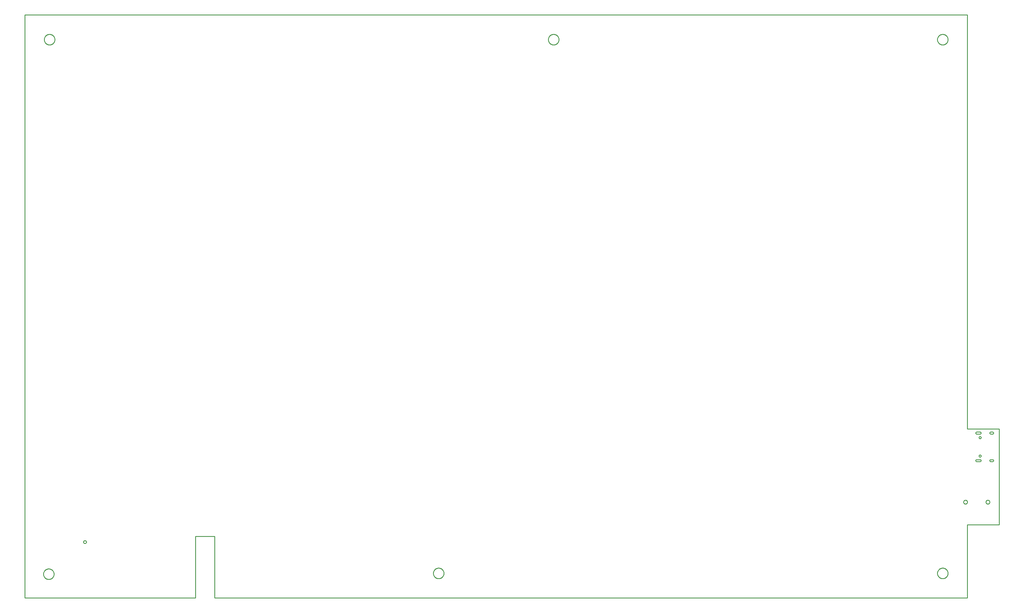
<source format=gko>
G04 EAGLE Gerber RS-274X export*
G75*
%MOMM*%
%FSLAX34Y34*%
%LPD*%
%IN*%
%IPPOS*%
%AMOC8*
5,1,8,0,0,1.08239X$1,22.5*%
G01*
%ADD10C,0.203200*%
%ADD11C,0.000000*%
%ADD12C,0.010000*%
%ADD13C,0.254000*%


D10*
X2956100Y0D02*
X2956100Y230000D01*
X3056100Y230000D01*
X3056100Y530000D01*
X2956100Y530000D01*
X2956100Y1829100D01*
X0Y1829100D01*
X0Y0D01*
X535630Y0D01*
X535630Y193200D01*
X595320Y193200D01*
X595320Y0D01*
X2956100Y0D01*
D11*
X2862090Y77500D02*
X2862095Y77905D01*
X2862110Y78310D01*
X2862135Y78715D01*
X2862170Y79118D01*
X2862214Y79521D01*
X2862269Y79923D01*
X2862333Y80323D01*
X2862407Y80721D01*
X2862491Y81117D01*
X2862585Y81512D01*
X2862688Y81903D01*
X2862801Y82293D01*
X2862923Y82679D01*
X2863055Y83062D01*
X2863196Y83442D01*
X2863347Y83818D01*
X2863506Y84191D01*
X2863675Y84559D01*
X2863853Y84923D01*
X2864039Y85283D01*
X2864235Y85638D01*
X2864439Y85988D01*
X2864651Y86333D01*
X2864872Y86672D01*
X2865102Y87007D01*
X2865339Y87335D01*
X2865584Y87657D01*
X2865838Y87974D01*
X2866098Y88284D01*
X2866367Y88587D01*
X2866643Y88884D01*
X2866926Y89174D01*
X2867216Y89457D01*
X2867513Y89733D01*
X2867816Y90002D01*
X2868126Y90262D01*
X2868443Y90516D01*
X2868765Y90761D01*
X2869093Y90998D01*
X2869428Y91228D01*
X2869767Y91449D01*
X2870112Y91661D01*
X2870462Y91865D01*
X2870817Y92061D01*
X2871177Y92247D01*
X2871541Y92425D01*
X2871909Y92594D01*
X2872282Y92753D01*
X2872658Y92904D01*
X2873038Y93045D01*
X2873421Y93177D01*
X2873807Y93299D01*
X2874197Y93412D01*
X2874588Y93515D01*
X2874983Y93609D01*
X2875379Y93693D01*
X2875777Y93767D01*
X2876177Y93831D01*
X2876579Y93886D01*
X2876982Y93930D01*
X2877385Y93965D01*
X2877790Y93990D01*
X2878195Y94005D01*
X2878600Y94010D01*
X2879005Y94005D01*
X2879410Y93990D01*
X2879815Y93965D01*
X2880218Y93930D01*
X2880621Y93886D01*
X2881023Y93831D01*
X2881423Y93767D01*
X2881821Y93693D01*
X2882217Y93609D01*
X2882612Y93515D01*
X2883003Y93412D01*
X2883393Y93299D01*
X2883779Y93177D01*
X2884162Y93045D01*
X2884542Y92904D01*
X2884918Y92753D01*
X2885291Y92594D01*
X2885659Y92425D01*
X2886023Y92247D01*
X2886383Y92061D01*
X2886738Y91865D01*
X2887088Y91661D01*
X2887433Y91449D01*
X2887772Y91228D01*
X2888107Y90998D01*
X2888435Y90761D01*
X2888757Y90516D01*
X2889074Y90262D01*
X2889384Y90002D01*
X2889687Y89733D01*
X2889984Y89457D01*
X2890274Y89174D01*
X2890557Y88884D01*
X2890833Y88587D01*
X2891102Y88284D01*
X2891362Y87974D01*
X2891616Y87657D01*
X2891861Y87335D01*
X2892098Y87007D01*
X2892328Y86672D01*
X2892549Y86333D01*
X2892761Y85988D01*
X2892965Y85638D01*
X2893161Y85283D01*
X2893347Y84923D01*
X2893525Y84559D01*
X2893694Y84191D01*
X2893853Y83818D01*
X2894004Y83442D01*
X2894145Y83062D01*
X2894277Y82679D01*
X2894399Y82293D01*
X2894512Y81903D01*
X2894615Y81512D01*
X2894709Y81117D01*
X2894793Y80721D01*
X2894867Y80323D01*
X2894931Y79923D01*
X2894986Y79521D01*
X2895030Y79118D01*
X2895065Y78715D01*
X2895090Y78310D01*
X2895105Y77905D01*
X2895110Y77500D01*
X2895105Y77095D01*
X2895090Y76690D01*
X2895065Y76285D01*
X2895030Y75882D01*
X2894986Y75479D01*
X2894931Y75077D01*
X2894867Y74677D01*
X2894793Y74279D01*
X2894709Y73883D01*
X2894615Y73488D01*
X2894512Y73097D01*
X2894399Y72707D01*
X2894277Y72321D01*
X2894145Y71938D01*
X2894004Y71558D01*
X2893853Y71182D01*
X2893694Y70809D01*
X2893525Y70441D01*
X2893347Y70077D01*
X2893161Y69717D01*
X2892965Y69362D01*
X2892761Y69012D01*
X2892549Y68667D01*
X2892328Y68328D01*
X2892098Y67993D01*
X2891861Y67665D01*
X2891616Y67343D01*
X2891362Y67026D01*
X2891102Y66716D01*
X2890833Y66413D01*
X2890557Y66116D01*
X2890274Y65826D01*
X2889984Y65543D01*
X2889687Y65267D01*
X2889384Y64998D01*
X2889074Y64738D01*
X2888757Y64484D01*
X2888435Y64239D01*
X2888107Y64002D01*
X2887772Y63772D01*
X2887433Y63551D01*
X2887088Y63339D01*
X2886738Y63135D01*
X2886383Y62939D01*
X2886023Y62753D01*
X2885659Y62575D01*
X2885291Y62406D01*
X2884918Y62247D01*
X2884542Y62096D01*
X2884162Y61955D01*
X2883779Y61823D01*
X2883393Y61701D01*
X2883003Y61588D01*
X2882612Y61485D01*
X2882217Y61391D01*
X2881821Y61307D01*
X2881423Y61233D01*
X2881023Y61169D01*
X2880621Y61114D01*
X2880218Y61070D01*
X2879815Y61035D01*
X2879410Y61010D01*
X2879005Y60995D01*
X2878600Y60990D01*
X2878195Y60995D01*
X2877790Y61010D01*
X2877385Y61035D01*
X2876982Y61070D01*
X2876579Y61114D01*
X2876177Y61169D01*
X2875777Y61233D01*
X2875379Y61307D01*
X2874983Y61391D01*
X2874588Y61485D01*
X2874197Y61588D01*
X2873807Y61701D01*
X2873421Y61823D01*
X2873038Y61955D01*
X2872658Y62096D01*
X2872282Y62247D01*
X2871909Y62406D01*
X2871541Y62575D01*
X2871177Y62753D01*
X2870817Y62939D01*
X2870462Y63135D01*
X2870112Y63339D01*
X2869767Y63551D01*
X2869428Y63772D01*
X2869093Y64002D01*
X2868765Y64239D01*
X2868443Y64484D01*
X2868126Y64738D01*
X2867816Y64998D01*
X2867513Y65267D01*
X2867216Y65543D01*
X2866926Y65826D01*
X2866643Y66116D01*
X2866367Y66413D01*
X2866098Y66716D01*
X2865838Y67026D01*
X2865584Y67343D01*
X2865339Y67665D01*
X2865102Y67993D01*
X2864872Y68328D01*
X2864651Y68667D01*
X2864439Y69012D01*
X2864235Y69362D01*
X2864039Y69717D01*
X2863853Y70077D01*
X2863675Y70441D01*
X2863506Y70809D01*
X2863347Y71182D01*
X2863196Y71558D01*
X2863055Y71938D01*
X2862923Y72321D01*
X2862801Y72707D01*
X2862688Y73097D01*
X2862585Y73488D01*
X2862491Y73883D01*
X2862407Y74279D01*
X2862333Y74677D01*
X2862269Y75077D01*
X2862214Y75479D01*
X2862170Y75882D01*
X2862135Y76285D01*
X2862110Y76690D01*
X2862095Y77095D01*
X2862090Y77500D01*
X58490Y75000D02*
X58495Y75405D01*
X58510Y75810D01*
X58535Y76215D01*
X58570Y76618D01*
X58614Y77021D01*
X58669Y77423D01*
X58733Y77823D01*
X58807Y78221D01*
X58891Y78617D01*
X58985Y79012D01*
X59088Y79403D01*
X59201Y79793D01*
X59323Y80179D01*
X59455Y80562D01*
X59596Y80942D01*
X59747Y81318D01*
X59906Y81691D01*
X60075Y82059D01*
X60253Y82423D01*
X60439Y82783D01*
X60635Y83138D01*
X60839Y83488D01*
X61051Y83833D01*
X61272Y84172D01*
X61502Y84507D01*
X61739Y84835D01*
X61984Y85157D01*
X62238Y85474D01*
X62498Y85784D01*
X62767Y86087D01*
X63043Y86384D01*
X63326Y86674D01*
X63616Y86957D01*
X63913Y87233D01*
X64216Y87502D01*
X64526Y87762D01*
X64843Y88016D01*
X65165Y88261D01*
X65493Y88498D01*
X65828Y88728D01*
X66167Y88949D01*
X66512Y89161D01*
X66862Y89365D01*
X67217Y89561D01*
X67577Y89747D01*
X67941Y89925D01*
X68309Y90094D01*
X68682Y90253D01*
X69058Y90404D01*
X69438Y90545D01*
X69821Y90677D01*
X70207Y90799D01*
X70597Y90912D01*
X70988Y91015D01*
X71383Y91109D01*
X71779Y91193D01*
X72177Y91267D01*
X72577Y91331D01*
X72979Y91386D01*
X73382Y91430D01*
X73785Y91465D01*
X74190Y91490D01*
X74595Y91505D01*
X75000Y91510D01*
X75405Y91505D01*
X75810Y91490D01*
X76215Y91465D01*
X76618Y91430D01*
X77021Y91386D01*
X77423Y91331D01*
X77823Y91267D01*
X78221Y91193D01*
X78617Y91109D01*
X79012Y91015D01*
X79403Y90912D01*
X79793Y90799D01*
X80179Y90677D01*
X80562Y90545D01*
X80942Y90404D01*
X81318Y90253D01*
X81691Y90094D01*
X82059Y89925D01*
X82423Y89747D01*
X82783Y89561D01*
X83138Y89365D01*
X83488Y89161D01*
X83833Y88949D01*
X84172Y88728D01*
X84507Y88498D01*
X84835Y88261D01*
X85157Y88016D01*
X85474Y87762D01*
X85784Y87502D01*
X86087Y87233D01*
X86384Y86957D01*
X86674Y86674D01*
X86957Y86384D01*
X87233Y86087D01*
X87502Y85784D01*
X87762Y85474D01*
X88016Y85157D01*
X88261Y84835D01*
X88498Y84507D01*
X88728Y84172D01*
X88949Y83833D01*
X89161Y83488D01*
X89365Y83138D01*
X89561Y82783D01*
X89747Y82423D01*
X89925Y82059D01*
X90094Y81691D01*
X90253Y81318D01*
X90404Y80942D01*
X90545Y80562D01*
X90677Y80179D01*
X90799Y79793D01*
X90912Y79403D01*
X91015Y79012D01*
X91109Y78617D01*
X91193Y78221D01*
X91267Y77823D01*
X91331Y77423D01*
X91386Y77021D01*
X91430Y76618D01*
X91465Y76215D01*
X91490Y75810D01*
X91505Y75405D01*
X91510Y75000D01*
X91505Y74595D01*
X91490Y74190D01*
X91465Y73785D01*
X91430Y73382D01*
X91386Y72979D01*
X91331Y72577D01*
X91267Y72177D01*
X91193Y71779D01*
X91109Y71383D01*
X91015Y70988D01*
X90912Y70597D01*
X90799Y70207D01*
X90677Y69821D01*
X90545Y69438D01*
X90404Y69058D01*
X90253Y68682D01*
X90094Y68309D01*
X89925Y67941D01*
X89747Y67577D01*
X89561Y67217D01*
X89365Y66862D01*
X89161Y66512D01*
X88949Y66167D01*
X88728Y65828D01*
X88498Y65493D01*
X88261Y65165D01*
X88016Y64843D01*
X87762Y64526D01*
X87502Y64216D01*
X87233Y63913D01*
X86957Y63616D01*
X86674Y63326D01*
X86384Y63043D01*
X86087Y62767D01*
X85784Y62498D01*
X85474Y62238D01*
X85157Y61984D01*
X84835Y61739D01*
X84507Y61502D01*
X84172Y61272D01*
X83833Y61051D01*
X83488Y60839D01*
X83138Y60635D01*
X82783Y60439D01*
X82423Y60253D01*
X82059Y60075D01*
X81691Y59906D01*
X81318Y59747D01*
X80942Y59596D01*
X80562Y59455D01*
X80179Y59323D01*
X79793Y59201D01*
X79403Y59088D01*
X79012Y58985D01*
X78617Y58891D01*
X78221Y58807D01*
X77823Y58733D01*
X77423Y58669D01*
X77021Y58614D01*
X76618Y58570D01*
X76215Y58535D01*
X75810Y58510D01*
X75405Y58495D01*
X75000Y58490D01*
X74595Y58495D01*
X74190Y58510D01*
X73785Y58535D01*
X73382Y58570D01*
X72979Y58614D01*
X72577Y58669D01*
X72177Y58733D01*
X71779Y58807D01*
X71383Y58891D01*
X70988Y58985D01*
X70597Y59088D01*
X70207Y59201D01*
X69821Y59323D01*
X69438Y59455D01*
X69058Y59596D01*
X68682Y59747D01*
X68309Y59906D01*
X67941Y60075D01*
X67577Y60253D01*
X67217Y60439D01*
X66862Y60635D01*
X66512Y60839D01*
X66167Y61051D01*
X65828Y61272D01*
X65493Y61502D01*
X65165Y61739D01*
X64843Y61984D01*
X64526Y62238D01*
X64216Y62498D01*
X63913Y62767D01*
X63616Y63043D01*
X63326Y63326D01*
X63043Y63616D01*
X62767Y63913D01*
X62498Y64216D01*
X62238Y64526D01*
X61984Y64843D01*
X61739Y65165D01*
X61502Y65493D01*
X61272Y65828D01*
X61051Y66167D01*
X60839Y66512D01*
X60635Y66862D01*
X60439Y67217D01*
X60253Y67577D01*
X60075Y67941D01*
X59906Y68309D01*
X59747Y68682D01*
X59596Y69058D01*
X59455Y69438D01*
X59323Y69821D01*
X59201Y70207D01*
X59088Y70597D01*
X58985Y70988D01*
X58891Y71383D01*
X58807Y71779D01*
X58733Y72177D01*
X58669Y72577D01*
X58614Y72979D01*
X58570Y73382D01*
X58535Y73785D01*
X58510Y74190D01*
X58495Y74595D01*
X58490Y75000D01*
X2992450Y445530D02*
X2992452Y445643D01*
X2992458Y445757D01*
X2992468Y445870D01*
X2992482Y445982D01*
X2992499Y446094D01*
X2992521Y446206D01*
X2992547Y446316D01*
X2992576Y446426D01*
X2992609Y446534D01*
X2992646Y446642D01*
X2992687Y446747D01*
X2992731Y446852D01*
X2992779Y446955D01*
X2992830Y447056D01*
X2992885Y447155D01*
X2992944Y447252D01*
X2993006Y447347D01*
X2993071Y447440D01*
X2993139Y447531D01*
X2993210Y447619D01*
X2993285Y447705D01*
X2993362Y447788D01*
X2993442Y447868D01*
X2993525Y447945D01*
X2993611Y448020D01*
X2993699Y448091D01*
X2993790Y448159D01*
X2993883Y448224D01*
X2993978Y448286D01*
X2994075Y448345D01*
X2994174Y448400D01*
X2994275Y448451D01*
X2994378Y448499D01*
X2994483Y448543D01*
X2994588Y448584D01*
X2994696Y448621D01*
X2994804Y448654D01*
X2994914Y448683D01*
X2995024Y448709D01*
X2995136Y448731D01*
X2995248Y448748D01*
X2995360Y448762D01*
X2995473Y448772D01*
X2995587Y448778D01*
X2995700Y448780D01*
X2995813Y448778D01*
X2995927Y448772D01*
X2996040Y448762D01*
X2996152Y448748D01*
X2996264Y448731D01*
X2996376Y448709D01*
X2996486Y448683D01*
X2996596Y448654D01*
X2996704Y448621D01*
X2996812Y448584D01*
X2996917Y448543D01*
X2997022Y448499D01*
X2997125Y448451D01*
X2997226Y448400D01*
X2997325Y448345D01*
X2997422Y448286D01*
X2997517Y448224D01*
X2997610Y448159D01*
X2997701Y448091D01*
X2997789Y448020D01*
X2997875Y447945D01*
X2997958Y447868D01*
X2998038Y447788D01*
X2998115Y447705D01*
X2998190Y447619D01*
X2998261Y447531D01*
X2998329Y447440D01*
X2998394Y447347D01*
X2998456Y447252D01*
X2998515Y447155D01*
X2998570Y447056D01*
X2998621Y446955D01*
X2998669Y446852D01*
X2998713Y446747D01*
X2998754Y446642D01*
X2998791Y446534D01*
X2998824Y446426D01*
X2998853Y446316D01*
X2998879Y446206D01*
X2998901Y446094D01*
X2998918Y445982D01*
X2998932Y445870D01*
X2998942Y445757D01*
X2998948Y445643D01*
X2998950Y445530D01*
X2998948Y445417D01*
X2998942Y445303D01*
X2998932Y445190D01*
X2998918Y445078D01*
X2998901Y444966D01*
X2998879Y444854D01*
X2998853Y444744D01*
X2998824Y444634D01*
X2998791Y444526D01*
X2998754Y444418D01*
X2998713Y444313D01*
X2998669Y444208D01*
X2998621Y444105D01*
X2998570Y444004D01*
X2998515Y443905D01*
X2998456Y443808D01*
X2998394Y443713D01*
X2998329Y443620D01*
X2998261Y443529D01*
X2998190Y443441D01*
X2998115Y443355D01*
X2998038Y443272D01*
X2997958Y443192D01*
X2997875Y443115D01*
X2997789Y443040D01*
X2997701Y442969D01*
X2997610Y442901D01*
X2997517Y442836D01*
X2997422Y442774D01*
X2997325Y442715D01*
X2997226Y442660D01*
X2997125Y442609D01*
X2997022Y442561D01*
X2996917Y442517D01*
X2996812Y442476D01*
X2996704Y442439D01*
X2996596Y442406D01*
X2996486Y442377D01*
X2996376Y442351D01*
X2996264Y442329D01*
X2996152Y442312D01*
X2996040Y442298D01*
X2995927Y442288D01*
X2995813Y442282D01*
X2995700Y442280D01*
X2995587Y442282D01*
X2995473Y442288D01*
X2995360Y442298D01*
X2995248Y442312D01*
X2995136Y442329D01*
X2995024Y442351D01*
X2994914Y442377D01*
X2994804Y442406D01*
X2994696Y442439D01*
X2994588Y442476D01*
X2994483Y442517D01*
X2994378Y442561D01*
X2994275Y442609D01*
X2994174Y442660D01*
X2994075Y442715D01*
X2993978Y442774D01*
X2993883Y442836D01*
X2993790Y442901D01*
X2993699Y442969D01*
X2993611Y443040D01*
X2993525Y443115D01*
X2993442Y443192D01*
X2993362Y443272D01*
X2993285Y443355D01*
X2993210Y443441D01*
X2993139Y443529D01*
X2993071Y443620D01*
X2993006Y443713D01*
X2992944Y443808D01*
X2992885Y443905D01*
X2992830Y444004D01*
X2992779Y444105D01*
X2992731Y444208D01*
X2992687Y444313D01*
X2992646Y444418D01*
X2992609Y444526D01*
X2992576Y444634D01*
X2992547Y444744D01*
X2992521Y444854D01*
X2992499Y444966D01*
X2992482Y445078D01*
X2992468Y445190D01*
X2992458Y445303D01*
X2992452Y445417D01*
X2992450Y445530D01*
X2992450Y503330D02*
X2992452Y503443D01*
X2992458Y503557D01*
X2992468Y503670D01*
X2992482Y503782D01*
X2992499Y503894D01*
X2992521Y504006D01*
X2992547Y504116D01*
X2992576Y504226D01*
X2992609Y504334D01*
X2992646Y504442D01*
X2992687Y504547D01*
X2992731Y504652D01*
X2992779Y504755D01*
X2992830Y504856D01*
X2992885Y504955D01*
X2992944Y505052D01*
X2993006Y505147D01*
X2993071Y505240D01*
X2993139Y505331D01*
X2993210Y505419D01*
X2993285Y505505D01*
X2993362Y505588D01*
X2993442Y505668D01*
X2993525Y505745D01*
X2993611Y505820D01*
X2993699Y505891D01*
X2993790Y505959D01*
X2993883Y506024D01*
X2993978Y506086D01*
X2994075Y506145D01*
X2994174Y506200D01*
X2994275Y506251D01*
X2994378Y506299D01*
X2994483Y506343D01*
X2994588Y506384D01*
X2994696Y506421D01*
X2994804Y506454D01*
X2994914Y506483D01*
X2995024Y506509D01*
X2995136Y506531D01*
X2995248Y506548D01*
X2995360Y506562D01*
X2995473Y506572D01*
X2995587Y506578D01*
X2995700Y506580D01*
X2995813Y506578D01*
X2995927Y506572D01*
X2996040Y506562D01*
X2996152Y506548D01*
X2996264Y506531D01*
X2996376Y506509D01*
X2996486Y506483D01*
X2996596Y506454D01*
X2996704Y506421D01*
X2996812Y506384D01*
X2996917Y506343D01*
X2997022Y506299D01*
X2997125Y506251D01*
X2997226Y506200D01*
X2997325Y506145D01*
X2997422Y506086D01*
X2997517Y506024D01*
X2997610Y505959D01*
X2997701Y505891D01*
X2997789Y505820D01*
X2997875Y505745D01*
X2997958Y505668D01*
X2998038Y505588D01*
X2998115Y505505D01*
X2998190Y505419D01*
X2998261Y505331D01*
X2998329Y505240D01*
X2998394Y505147D01*
X2998456Y505052D01*
X2998515Y504955D01*
X2998570Y504856D01*
X2998621Y504755D01*
X2998669Y504652D01*
X2998713Y504547D01*
X2998754Y504442D01*
X2998791Y504334D01*
X2998824Y504226D01*
X2998853Y504116D01*
X2998879Y504006D01*
X2998901Y503894D01*
X2998918Y503782D01*
X2998932Y503670D01*
X2998942Y503557D01*
X2998948Y503443D01*
X2998950Y503330D01*
X2998948Y503217D01*
X2998942Y503103D01*
X2998932Y502990D01*
X2998918Y502878D01*
X2998901Y502766D01*
X2998879Y502654D01*
X2998853Y502544D01*
X2998824Y502434D01*
X2998791Y502326D01*
X2998754Y502218D01*
X2998713Y502113D01*
X2998669Y502008D01*
X2998621Y501905D01*
X2998570Y501804D01*
X2998515Y501705D01*
X2998456Y501608D01*
X2998394Y501513D01*
X2998329Y501420D01*
X2998261Y501329D01*
X2998190Y501241D01*
X2998115Y501155D01*
X2998038Y501072D01*
X2997958Y500992D01*
X2997875Y500915D01*
X2997789Y500840D01*
X2997701Y500769D01*
X2997610Y500701D01*
X2997517Y500636D01*
X2997422Y500574D01*
X2997325Y500515D01*
X2997226Y500460D01*
X2997125Y500409D01*
X2997022Y500361D01*
X2996917Y500317D01*
X2996812Y500276D01*
X2996704Y500239D01*
X2996596Y500206D01*
X2996486Y500177D01*
X2996376Y500151D01*
X2996264Y500129D01*
X2996152Y500112D01*
X2996040Y500098D01*
X2995927Y500088D01*
X2995813Y500082D01*
X2995700Y500080D01*
X2995587Y500082D01*
X2995473Y500088D01*
X2995360Y500098D01*
X2995248Y500112D01*
X2995136Y500129D01*
X2995024Y500151D01*
X2994914Y500177D01*
X2994804Y500206D01*
X2994696Y500239D01*
X2994588Y500276D01*
X2994483Y500317D01*
X2994378Y500361D01*
X2994275Y500409D01*
X2994174Y500460D01*
X2994075Y500515D01*
X2993978Y500574D01*
X2993883Y500636D01*
X2993790Y500701D01*
X2993699Y500769D01*
X2993611Y500840D01*
X2993525Y500915D01*
X2993442Y500992D01*
X2993362Y501072D01*
X2993285Y501155D01*
X2993210Y501241D01*
X2993139Y501329D01*
X2993071Y501420D01*
X2993006Y501513D01*
X2992944Y501608D01*
X2992885Y501705D01*
X2992830Y501804D01*
X2992779Y501905D01*
X2992731Y502008D01*
X2992687Y502113D01*
X2992646Y502218D01*
X2992609Y502326D01*
X2992576Y502434D01*
X2992547Y502544D01*
X2992521Y502654D01*
X2992499Y502766D01*
X2992482Y502878D01*
X2992468Y502990D01*
X2992458Y503103D01*
X2992452Y503217D01*
X2992450Y503330D01*
D12*
X3029050Y428230D02*
X3035250Y428230D01*
X3035250Y434230D02*
X3029050Y434230D01*
X3028942Y434228D01*
X3028834Y434222D01*
X3028726Y434212D01*
X3028618Y434199D01*
X3028511Y434181D01*
X3028405Y434160D01*
X3028300Y434135D01*
X3028195Y434106D01*
X3028092Y434073D01*
X3027990Y434037D01*
X3027889Y433996D01*
X3027790Y433953D01*
X3027693Y433905D01*
X3027597Y433855D01*
X3027503Y433801D01*
X3027412Y433743D01*
X3027322Y433682D01*
X3027234Y433618D01*
X3027149Y433551D01*
X3027067Y433481D01*
X3026987Y433408D01*
X3026910Y433332D01*
X3026835Y433253D01*
X3026764Y433172D01*
X3026695Y433088D01*
X3026629Y433002D01*
X3026567Y432914D01*
X3026508Y432823D01*
X3026452Y432730D01*
X3026399Y432635D01*
X3026350Y432539D01*
X3026305Y432440D01*
X3026263Y432340D01*
X3026225Y432239D01*
X3026190Y432136D01*
X3026159Y432033D01*
X3026132Y431928D01*
X3026109Y431822D01*
X3026090Y431715D01*
X3026074Y431608D01*
X3026062Y431500D01*
X3026054Y431392D01*
X3026050Y431284D01*
X3026050Y431176D01*
X3026054Y431068D01*
X3026062Y430960D01*
X3026074Y430852D01*
X3026090Y430745D01*
X3026109Y430638D01*
X3026132Y430532D01*
X3026159Y430427D01*
X3026190Y430324D01*
X3026225Y430221D01*
X3026263Y430120D01*
X3026305Y430020D01*
X3026350Y429921D01*
X3026399Y429825D01*
X3026452Y429730D01*
X3026508Y429637D01*
X3026567Y429546D01*
X3026629Y429458D01*
X3026695Y429372D01*
X3026764Y429288D01*
X3026835Y429207D01*
X3026910Y429128D01*
X3026987Y429052D01*
X3027067Y428979D01*
X3027149Y428909D01*
X3027234Y428842D01*
X3027322Y428778D01*
X3027412Y428717D01*
X3027503Y428659D01*
X3027597Y428605D01*
X3027693Y428555D01*
X3027790Y428507D01*
X3027889Y428464D01*
X3027990Y428423D01*
X3028092Y428387D01*
X3028195Y428354D01*
X3028300Y428325D01*
X3028405Y428300D01*
X3028511Y428279D01*
X3028618Y428261D01*
X3028726Y428248D01*
X3028834Y428238D01*
X3028942Y428232D01*
X3029050Y428230D01*
X3035250Y428230D02*
X3035358Y428232D01*
X3035466Y428238D01*
X3035574Y428248D01*
X3035682Y428261D01*
X3035789Y428279D01*
X3035895Y428300D01*
X3036000Y428325D01*
X3036105Y428354D01*
X3036208Y428387D01*
X3036310Y428423D01*
X3036411Y428464D01*
X3036510Y428507D01*
X3036607Y428555D01*
X3036703Y428605D01*
X3036797Y428659D01*
X3036888Y428717D01*
X3036978Y428778D01*
X3037066Y428842D01*
X3037151Y428909D01*
X3037233Y428979D01*
X3037313Y429052D01*
X3037390Y429128D01*
X3037465Y429207D01*
X3037536Y429288D01*
X3037605Y429372D01*
X3037671Y429458D01*
X3037733Y429546D01*
X3037792Y429637D01*
X3037848Y429730D01*
X3037901Y429825D01*
X3037950Y429921D01*
X3037995Y430020D01*
X3038037Y430120D01*
X3038075Y430221D01*
X3038110Y430324D01*
X3038141Y430427D01*
X3038168Y430532D01*
X3038191Y430638D01*
X3038210Y430745D01*
X3038226Y430852D01*
X3038238Y430960D01*
X3038246Y431068D01*
X3038250Y431176D01*
X3038250Y431284D01*
X3038246Y431392D01*
X3038238Y431500D01*
X3038226Y431608D01*
X3038210Y431715D01*
X3038191Y431822D01*
X3038168Y431928D01*
X3038141Y432033D01*
X3038110Y432136D01*
X3038075Y432239D01*
X3038037Y432340D01*
X3037995Y432440D01*
X3037950Y432539D01*
X3037901Y432635D01*
X3037848Y432730D01*
X3037792Y432823D01*
X3037733Y432914D01*
X3037671Y433002D01*
X3037605Y433088D01*
X3037536Y433172D01*
X3037465Y433253D01*
X3037390Y433332D01*
X3037313Y433408D01*
X3037233Y433481D01*
X3037151Y433551D01*
X3037066Y433618D01*
X3036978Y433682D01*
X3036888Y433743D01*
X3036797Y433801D01*
X3036703Y433855D01*
X3036607Y433905D01*
X3036510Y433953D01*
X3036411Y433996D01*
X3036310Y434037D01*
X3036208Y434073D01*
X3036105Y434106D01*
X3036000Y434135D01*
X3035895Y434160D01*
X3035789Y434181D01*
X3035682Y434199D01*
X3035574Y434212D01*
X3035466Y434222D01*
X3035358Y434228D01*
X3035250Y434230D01*
X2995900Y428230D02*
X2984900Y428230D01*
X2984900Y434230D02*
X2995900Y434230D01*
X2996008Y434228D01*
X2996116Y434222D01*
X2996224Y434212D01*
X2996332Y434199D01*
X2996439Y434181D01*
X2996545Y434160D01*
X2996650Y434135D01*
X2996755Y434106D01*
X2996858Y434073D01*
X2996960Y434037D01*
X2997061Y433996D01*
X2997160Y433953D01*
X2997257Y433905D01*
X2997353Y433855D01*
X2997447Y433801D01*
X2997538Y433743D01*
X2997628Y433682D01*
X2997716Y433618D01*
X2997801Y433551D01*
X2997883Y433481D01*
X2997963Y433408D01*
X2998040Y433332D01*
X2998115Y433253D01*
X2998186Y433172D01*
X2998255Y433088D01*
X2998321Y433002D01*
X2998383Y432914D01*
X2998442Y432823D01*
X2998498Y432730D01*
X2998551Y432635D01*
X2998600Y432539D01*
X2998645Y432440D01*
X2998687Y432340D01*
X2998725Y432239D01*
X2998760Y432136D01*
X2998791Y432033D01*
X2998818Y431928D01*
X2998841Y431822D01*
X2998860Y431715D01*
X2998876Y431608D01*
X2998888Y431500D01*
X2998896Y431392D01*
X2998900Y431284D01*
X2998900Y431176D01*
X2998896Y431068D01*
X2998888Y430960D01*
X2998876Y430852D01*
X2998860Y430745D01*
X2998841Y430638D01*
X2998818Y430532D01*
X2998791Y430427D01*
X2998760Y430324D01*
X2998725Y430221D01*
X2998687Y430120D01*
X2998645Y430020D01*
X2998600Y429921D01*
X2998551Y429825D01*
X2998498Y429730D01*
X2998442Y429637D01*
X2998383Y429546D01*
X2998321Y429458D01*
X2998255Y429372D01*
X2998186Y429288D01*
X2998115Y429207D01*
X2998040Y429128D01*
X2997963Y429052D01*
X2997883Y428979D01*
X2997801Y428909D01*
X2997716Y428842D01*
X2997628Y428778D01*
X2997538Y428717D01*
X2997447Y428659D01*
X2997353Y428605D01*
X2997257Y428555D01*
X2997160Y428507D01*
X2997061Y428464D01*
X2996960Y428423D01*
X2996858Y428387D01*
X2996755Y428354D01*
X2996650Y428325D01*
X2996545Y428300D01*
X2996439Y428279D01*
X2996332Y428261D01*
X2996224Y428248D01*
X2996116Y428238D01*
X2996008Y428232D01*
X2995900Y428230D01*
X2984900Y428230D02*
X2984792Y428232D01*
X2984684Y428238D01*
X2984576Y428248D01*
X2984468Y428261D01*
X2984361Y428279D01*
X2984255Y428300D01*
X2984150Y428325D01*
X2984045Y428354D01*
X2983942Y428387D01*
X2983840Y428423D01*
X2983739Y428464D01*
X2983640Y428507D01*
X2983543Y428555D01*
X2983447Y428605D01*
X2983353Y428659D01*
X2983262Y428717D01*
X2983172Y428778D01*
X2983084Y428842D01*
X2982999Y428909D01*
X2982917Y428979D01*
X2982837Y429052D01*
X2982760Y429128D01*
X2982685Y429207D01*
X2982614Y429288D01*
X2982545Y429372D01*
X2982479Y429458D01*
X2982417Y429546D01*
X2982358Y429637D01*
X2982302Y429730D01*
X2982249Y429825D01*
X2982200Y429921D01*
X2982155Y430020D01*
X2982113Y430120D01*
X2982075Y430221D01*
X2982040Y430324D01*
X2982009Y430427D01*
X2981982Y430532D01*
X2981959Y430638D01*
X2981940Y430745D01*
X2981924Y430852D01*
X2981912Y430960D01*
X2981904Y431068D01*
X2981900Y431176D01*
X2981900Y431284D01*
X2981904Y431392D01*
X2981912Y431500D01*
X2981924Y431608D01*
X2981940Y431715D01*
X2981959Y431822D01*
X2981982Y431928D01*
X2982009Y432033D01*
X2982040Y432136D01*
X2982075Y432239D01*
X2982113Y432340D01*
X2982155Y432440D01*
X2982200Y432539D01*
X2982249Y432635D01*
X2982302Y432730D01*
X2982358Y432823D01*
X2982417Y432914D01*
X2982479Y433002D01*
X2982545Y433088D01*
X2982614Y433172D01*
X2982685Y433253D01*
X2982760Y433332D01*
X2982837Y433408D01*
X2982917Y433481D01*
X2982999Y433551D01*
X2983084Y433618D01*
X2983172Y433682D01*
X2983262Y433743D01*
X2983353Y433801D01*
X2983447Y433855D01*
X2983543Y433905D01*
X2983640Y433953D01*
X2983739Y433996D01*
X2983840Y434037D01*
X2983942Y434073D01*
X2984045Y434106D01*
X2984150Y434135D01*
X2984255Y434160D01*
X2984361Y434181D01*
X2984468Y434199D01*
X2984576Y434212D01*
X2984684Y434222D01*
X2984792Y434228D01*
X2984900Y434230D01*
X3029050Y514630D02*
X3035250Y514630D01*
X3035250Y520630D02*
X3029050Y520630D01*
X3028942Y520628D01*
X3028834Y520622D01*
X3028726Y520612D01*
X3028618Y520599D01*
X3028511Y520581D01*
X3028405Y520560D01*
X3028300Y520535D01*
X3028195Y520506D01*
X3028092Y520473D01*
X3027990Y520437D01*
X3027889Y520396D01*
X3027790Y520353D01*
X3027693Y520305D01*
X3027597Y520255D01*
X3027503Y520201D01*
X3027412Y520143D01*
X3027322Y520082D01*
X3027234Y520018D01*
X3027149Y519951D01*
X3027067Y519881D01*
X3026987Y519808D01*
X3026910Y519732D01*
X3026835Y519653D01*
X3026764Y519572D01*
X3026695Y519488D01*
X3026629Y519402D01*
X3026567Y519314D01*
X3026508Y519223D01*
X3026452Y519130D01*
X3026399Y519035D01*
X3026350Y518939D01*
X3026305Y518840D01*
X3026263Y518740D01*
X3026225Y518639D01*
X3026190Y518536D01*
X3026159Y518433D01*
X3026132Y518328D01*
X3026109Y518222D01*
X3026090Y518115D01*
X3026074Y518008D01*
X3026062Y517900D01*
X3026054Y517792D01*
X3026050Y517684D01*
X3026050Y517576D01*
X3026054Y517468D01*
X3026062Y517360D01*
X3026074Y517252D01*
X3026090Y517145D01*
X3026109Y517038D01*
X3026132Y516932D01*
X3026159Y516827D01*
X3026190Y516724D01*
X3026225Y516621D01*
X3026263Y516520D01*
X3026305Y516420D01*
X3026350Y516321D01*
X3026399Y516225D01*
X3026452Y516130D01*
X3026508Y516037D01*
X3026567Y515946D01*
X3026629Y515858D01*
X3026695Y515772D01*
X3026764Y515688D01*
X3026835Y515607D01*
X3026910Y515528D01*
X3026987Y515452D01*
X3027067Y515379D01*
X3027149Y515309D01*
X3027234Y515242D01*
X3027322Y515178D01*
X3027412Y515117D01*
X3027503Y515059D01*
X3027597Y515005D01*
X3027693Y514955D01*
X3027790Y514907D01*
X3027889Y514864D01*
X3027990Y514823D01*
X3028092Y514787D01*
X3028195Y514754D01*
X3028300Y514725D01*
X3028405Y514700D01*
X3028511Y514679D01*
X3028618Y514661D01*
X3028726Y514648D01*
X3028834Y514638D01*
X3028942Y514632D01*
X3029050Y514630D01*
X3035250Y514630D02*
X3035358Y514632D01*
X3035466Y514638D01*
X3035574Y514648D01*
X3035682Y514661D01*
X3035789Y514679D01*
X3035895Y514700D01*
X3036000Y514725D01*
X3036105Y514754D01*
X3036208Y514787D01*
X3036310Y514823D01*
X3036411Y514864D01*
X3036510Y514907D01*
X3036607Y514955D01*
X3036703Y515005D01*
X3036797Y515059D01*
X3036888Y515117D01*
X3036978Y515178D01*
X3037066Y515242D01*
X3037151Y515309D01*
X3037233Y515379D01*
X3037313Y515452D01*
X3037390Y515528D01*
X3037465Y515607D01*
X3037536Y515688D01*
X3037605Y515772D01*
X3037671Y515858D01*
X3037733Y515946D01*
X3037792Y516037D01*
X3037848Y516130D01*
X3037901Y516225D01*
X3037950Y516321D01*
X3037995Y516420D01*
X3038037Y516520D01*
X3038075Y516621D01*
X3038110Y516724D01*
X3038141Y516827D01*
X3038168Y516932D01*
X3038191Y517038D01*
X3038210Y517145D01*
X3038226Y517252D01*
X3038238Y517360D01*
X3038246Y517468D01*
X3038250Y517576D01*
X3038250Y517684D01*
X3038246Y517792D01*
X3038238Y517900D01*
X3038226Y518008D01*
X3038210Y518115D01*
X3038191Y518222D01*
X3038168Y518328D01*
X3038141Y518433D01*
X3038110Y518536D01*
X3038075Y518639D01*
X3038037Y518740D01*
X3037995Y518840D01*
X3037950Y518939D01*
X3037901Y519035D01*
X3037848Y519130D01*
X3037792Y519223D01*
X3037733Y519314D01*
X3037671Y519402D01*
X3037605Y519488D01*
X3037536Y519572D01*
X3037465Y519653D01*
X3037390Y519732D01*
X3037313Y519808D01*
X3037233Y519881D01*
X3037151Y519951D01*
X3037066Y520018D01*
X3036978Y520082D01*
X3036888Y520143D01*
X3036797Y520201D01*
X3036703Y520255D01*
X3036607Y520305D01*
X3036510Y520353D01*
X3036411Y520396D01*
X3036310Y520437D01*
X3036208Y520473D01*
X3036105Y520506D01*
X3036000Y520535D01*
X3035895Y520560D01*
X3035789Y520581D01*
X3035682Y520599D01*
X3035574Y520612D01*
X3035466Y520622D01*
X3035358Y520628D01*
X3035250Y520630D01*
X2995900Y514630D02*
X2984900Y514630D01*
X2984900Y520630D02*
X2995900Y520630D01*
X2996008Y520628D01*
X2996116Y520622D01*
X2996224Y520612D01*
X2996332Y520599D01*
X2996439Y520581D01*
X2996545Y520560D01*
X2996650Y520535D01*
X2996755Y520506D01*
X2996858Y520473D01*
X2996960Y520437D01*
X2997061Y520396D01*
X2997160Y520353D01*
X2997257Y520305D01*
X2997353Y520255D01*
X2997447Y520201D01*
X2997538Y520143D01*
X2997628Y520082D01*
X2997716Y520018D01*
X2997801Y519951D01*
X2997883Y519881D01*
X2997963Y519808D01*
X2998040Y519732D01*
X2998115Y519653D01*
X2998186Y519572D01*
X2998255Y519488D01*
X2998321Y519402D01*
X2998383Y519314D01*
X2998442Y519223D01*
X2998498Y519130D01*
X2998551Y519035D01*
X2998600Y518939D01*
X2998645Y518840D01*
X2998687Y518740D01*
X2998725Y518639D01*
X2998760Y518536D01*
X2998791Y518433D01*
X2998818Y518328D01*
X2998841Y518222D01*
X2998860Y518115D01*
X2998876Y518008D01*
X2998888Y517900D01*
X2998896Y517792D01*
X2998900Y517684D01*
X2998900Y517576D01*
X2998896Y517468D01*
X2998888Y517360D01*
X2998876Y517252D01*
X2998860Y517145D01*
X2998841Y517038D01*
X2998818Y516932D01*
X2998791Y516827D01*
X2998760Y516724D01*
X2998725Y516621D01*
X2998687Y516520D01*
X2998645Y516420D01*
X2998600Y516321D01*
X2998551Y516225D01*
X2998498Y516130D01*
X2998442Y516037D01*
X2998383Y515946D01*
X2998321Y515858D01*
X2998255Y515772D01*
X2998186Y515688D01*
X2998115Y515607D01*
X2998040Y515528D01*
X2997963Y515452D01*
X2997883Y515379D01*
X2997801Y515309D01*
X2997716Y515242D01*
X2997628Y515178D01*
X2997538Y515117D01*
X2997447Y515059D01*
X2997353Y515005D01*
X2997257Y514955D01*
X2997160Y514907D01*
X2997061Y514864D01*
X2996960Y514823D01*
X2996858Y514787D01*
X2996755Y514754D01*
X2996650Y514725D01*
X2996545Y514700D01*
X2996439Y514679D01*
X2996332Y514661D01*
X2996224Y514648D01*
X2996116Y514638D01*
X2996008Y514632D01*
X2995900Y514630D01*
X2984900Y514630D02*
X2984792Y514632D01*
X2984684Y514638D01*
X2984576Y514648D01*
X2984468Y514661D01*
X2984361Y514679D01*
X2984255Y514700D01*
X2984150Y514725D01*
X2984045Y514754D01*
X2983942Y514787D01*
X2983840Y514823D01*
X2983739Y514864D01*
X2983640Y514907D01*
X2983543Y514955D01*
X2983447Y515005D01*
X2983353Y515059D01*
X2983262Y515117D01*
X2983172Y515178D01*
X2983084Y515242D01*
X2982999Y515309D01*
X2982917Y515379D01*
X2982837Y515452D01*
X2982760Y515528D01*
X2982685Y515607D01*
X2982614Y515688D01*
X2982545Y515772D01*
X2982479Y515858D01*
X2982417Y515946D01*
X2982358Y516037D01*
X2982302Y516130D01*
X2982249Y516225D01*
X2982200Y516321D01*
X2982155Y516420D01*
X2982113Y516520D01*
X2982075Y516621D01*
X2982040Y516724D01*
X2982009Y516827D01*
X2981982Y516932D01*
X2981959Y517038D01*
X2981940Y517145D01*
X2981924Y517252D01*
X2981912Y517360D01*
X2981904Y517468D01*
X2981900Y517576D01*
X2981900Y517684D01*
X2981904Y517792D01*
X2981912Y517900D01*
X2981924Y518008D01*
X2981940Y518115D01*
X2981959Y518222D01*
X2981982Y518328D01*
X2982009Y518433D01*
X2982040Y518536D01*
X2982075Y518639D01*
X2982113Y518740D01*
X2982155Y518840D01*
X2982200Y518939D01*
X2982249Y519035D01*
X2982302Y519130D01*
X2982358Y519223D01*
X2982417Y519314D01*
X2982479Y519402D01*
X2982545Y519488D01*
X2982614Y519572D01*
X2982685Y519653D01*
X2982760Y519732D01*
X2982837Y519808D01*
X2982917Y519881D01*
X2982999Y519951D01*
X2983084Y520018D01*
X2983172Y520082D01*
X2983262Y520143D01*
X2983353Y520201D01*
X2983447Y520255D01*
X2983543Y520305D01*
X2983640Y520353D01*
X2983739Y520396D01*
X2983840Y520437D01*
X2983942Y520473D01*
X2984045Y520506D01*
X2984150Y520535D01*
X2984255Y520560D01*
X2984361Y520581D01*
X2984468Y520599D01*
X2984576Y520612D01*
X2984684Y520622D01*
X2984792Y520628D01*
X2984900Y520630D01*
D11*
X3014100Y301000D02*
X3014102Y301154D01*
X3014108Y301309D01*
X3014118Y301463D01*
X3014132Y301617D01*
X3014150Y301770D01*
X3014171Y301923D01*
X3014197Y302076D01*
X3014227Y302227D01*
X3014260Y302378D01*
X3014298Y302528D01*
X3014339Y302677D01*
X3014384Y302825D01*
X3014433Y302971D01*
X3014486Y303117D01*
X3014542Y303260D01*
X3014602Y303403D01*
X3014666Y303543D01*
X3014733Y303683D01*
X3014804Y303820D01*
X3014878Y303955D01*
X3014956Y304089D01*
X3015037Y304220D01*
X3015122Y304349D01*
X3015210Y304477D01*
X3015301Y304601D01*
X3015395Y304724D01*
X3015493Y304844D01*
X3015593Y304961D01*
X3015697Y305076D01*
X3015803Y305188D01*
X3015912Y305297D01*
X3016024Y305403D01*
X3016139Y305507D01*
X3016256Y305607D01*
X3016376Y305705D01*
X3016499Y305799D01*
X3016623Y305890D01*
X3016751Y305978D01*
X3016880Y306063D01*
X3017011Y306144D01*
X3017145Y306222D01*
X3017280Y306296D01*
X3017417Y306367D01*
X3017557Y306434D01*
X3017697Y306498D01*
X3017840Y306558D01*
X3017983Y306614D01*
X3018129Y306667D01*
X3018275Y306716D01*
X3018423Y306761D01*
X3018572Y306802D01*
X3018722Y306840D01*
X3018873Y306873D01*
X3019024Y306903D01*
X3019177Y306929D01*
X3019330Y306950D01*
X3019483Y306968D01*
X3019637Y306982D01*
X3019791Y306992D01*
X3019946Y306998D01*
X3020100Y307000D01*
X3020254Y306998D01*
X3020409Y306992D01*
X3020563Y306982D01*
X3020717Y306968D01*
X3020870Y306950D01*
X3021023Y306929D01*
X3021176Y306903D01*
X3021327Y306873D01*
X3021478Y306840D01*
X3021628Y306802D01*
X3021777Y306761D01*
X3021925Y306716D01*
X3022071Y306667D01*
X3022217Y306614D01*
X3022360Y306558D01*
X3022503Y306498D01*
X3022643Y306434D01*
X3022783Y306367D01*
X3022920Y306296D01*
X3023055Y306222D01*
X3023189Y306144D01*
X3023320Y306063D01*
X3023449Y305978D01*
X3023577Y305890D01*
X3023701Y305799D01*
X3023824Y305705D01*
X3023944Y305607D01*
X3024061Y305507D01*
X3024176Y305403D01*
X3024288Y305297D01*
X3024397Y305188D01*
X3024503Y305076D01*
X3024607Y304961D01*
X3024707Y304844D01*
X3024805Y304724D01*
X3024899Y304601D01*
X3024990Y304477D01*
X3025078Y304349D01*
X3025163Y304220D01*
X3025244Y304089D01*
X3025322Y303955D01*
X3025396Y303820D01*
X3025467Y303683D01*
X3025534Y303543D01*
X3025598Y303403D01*
X3025658Y303260D01*
X3025714Y303117D01*
X3025767Y302971D01*
X3025816Y302825D01*
X3025861Y302677D01*
X3025902Y302528D01*
X3025940Y302378D01*
X3025973Y302227D01*
X3026003Y302076D01*
X3026029Y301923D01*
X3026050Y301770D01*
X3026068Y301617D01*
X3026082Y301463D01*
X3026092Y301309D01*
X3026098Y301154D01*
X3026100Y301000D01*
X3026098Y300846D01*
X3026092Y300691D01*
X3026082Y300537D01*
X3026068Y300383D01*
X3026050Y300230D01*
X3026029Y300077D01*
X3026003Y299924D01*
X3025973Y299773D01*
X3025940Y299622D01*
X3025902Y299472D01*
X3025861Y299323D01*
X3025816Y299175D01*
X3025767Y299029D01*
X3025714Y298883D01*
X3025658Y298740D01*
X3025598Y298597D01*
X3025534Y298457D01*
X3025467Y298317D01*
X3025396Y298180D01*
X3025322Y298045D01*
X3025244Y297911D01*
X3025163Y297780D01*
X3025078Y297651D01*
X3024990Y297523D01*
X3024899Y297399D01*
X3024805Y297276D01*
X3024707Y297156D01*
X3024607Y297039D01*
X3024503Y296924D01*
X3024397Y296812D01*
X3024288Y296703D01*
X3024176Y296597D01*
X3024061Y296493D01*
X3023944Y296393D01*
X3023824Y296295D01*
X3023701Y296201D01*
X3023577Y296110D01*
X3023449Y296022D01*
X3023320Y295937D01*
X3023189Y295856D01*
X3023055Y295778D01*
X3022920Y295704D01*
X3022783Y295633D01*
X3022643Y295566D01*
X3022503Y295502D01*
X3022360Y295442D01*
X3022217Y295386D01*
X3022071Y295333D01*
X3021925Y295284D01*
X3021777Y295239D01*
X3021628Y295198D01*
X3021478Y295160D01*
X3021327Y295127D01*
X3021176Y295097D01*
X3021023Y295071D01*
X3020870Y295050D01*
X3020717Y295032D01*
X3020563Y295018D01*
X3020409Y295008D01*
X3020254Y295002D01*
X3020100Y295000D01*
X3019946Y295002D01*
X3019791Y295008D01*
X3019637Y295018D01*
X3019483Y295032D01*
X3019330Y295050D01*
X3019177Y295071D01*
X3019024Y295097D01*
X3018873Y295127D01*
X3018722Y295160D01*
X3018572Y295198D01*
X3018423Y295239D01*
X3018275Y295284D01*
X3018129Y295333D01*
X3017983Y295386D01*
X3017840Y295442D01*
X3017697Y295502D01*
X3017557Y295566D01*
X3017417Y295633D01*
X3017280Y295704D01*
X3017145Y295778D01*
X3017011Y295856D01*
X3016880Y295937D01*
X3016751Y296022D01*
X3016623Y296110D01*
X3016499Y296201D01*
X3016376Y296295D01*
X3016256Y296393D01*
X3016139Y296493D01*
X3016024Y296597D01*
X3015912Y296703D01*
X3015803Y296812D01*
X3015697Y296924D01*
X3015593Y297039D01*
X3015493Y297156D01*
X3015395Y297276D01*
X3015301Y297399D01*
X3015210Y297523D01*
X3015122Y297651D01*
X3015037Y297780D01*
X3014956Y297911D01*
X3014878Y298045D01*
X3014804Y298180D01*
X3014733Y298317D01*
X3014666Y298457D01*
X3014602Y298597D01*
X3014542Y298740D01*
X3014486Y298883D01*
X3014433Y299029D01*
X3014384Y299175D01*
X3014339Y299323D01*
X3014298Y299472D01*
X3014260Y299622D01*
X3014227Y299773D01*
X3014197Y299924D01*
X3014171Y300077D01*
X3014150Y300230D01*
X3014132Y300383D01*
X3014118Y300537D01*
X3014108Y300691D01*
X3014102Y300846D01*
X3014100Y301000D01*
X2944100Y301000D02*
X2944102Y301154D01*
X2944108Y301309D01*
X2944118Y301463D01*
X2944132Y301617D01*
X2944150Y301770D01*
X2944171Y301923D01*
X2944197Y302076D01*
X2944227Y302227D01*
X2944260Y302378D01*
X2944298Y302528D01*
X2944339Y302677D01*
X2944384Y302825D01*
X2944433Y302971D01*
X2944486Y303117D01*
X2944542Y303260D01*
X2944602Y303403D01*
X2944666Y303543D01*
X2944733Y303683D01*
X2944804Y303820D01*
X2944878Y303955D01*
X2944956Y304089D01*
X2945037Y304220D01*
X2945122Y304349D01*
X2945210Y304477D01*
X2945301Y304601D01*
X2945395Y304724D01*
X2945493Y304844D01*
X2945593Y304961D01*
X2945697Y305076D01*
X2945803Y305188D01*
X2945912Y305297D01*
X2946024Y305403D01*
X2946139Y305507D01*
X2946256Y305607D01*
X2946376Y305705D01*
X2946499Y305799D01*
X2946623Y305890D01*
X2946751Y305978D01*
X2946880Y306063D01*
X2947011Y306144D01*
X2947145Y306222D01*
X2947280Y306296D01*
X2947417Y306367D01*
X2947557Y306434D01*
X2947697Y306498D01*
X2947840Y306558D01*
X2947983Y306614D01*
X2948129Y306667D01*
X2948275Y306716D01*
X2948423Y306761D01*
X2948572Y306802D01*
X2948722Y306840D01*
X2948873Y306873D01*
X2949024Y306903D01*
X2949177Y306929D01*
X2949330Y306950D01*
X2949483Y306968D01*
X2949637Y306982D01*
X2949791Y306992D01*
X2949946Y306998D01*
X2950100Y307000D01*
X2950254Y306998D01*
X2950409Y306992D01*
X2950563Y306982D01*
X2950717Y306968D01*
X2950870Y306950D01*
X2951023Y306929D01*
X2951176Y306903D01*
X2951327Y306873D01*
X2951478Y306840D01*
X2951628Y306802D01*
X2951777Y306761D01*
X2951925Y306716D01*
X2952071Y306667D01*
X2952217Y306614D01*
X2952360Y306558D01*
X2952503Y306498D01*
X2952643Y306434D01*
X2952783Y306367D01*
X2952920Y306296D01*
X2953055Y306222D01*
X2953189Y306144D01*
X2953320Y306063D01*
X2953449Y305978D01*
X2953577Y305890D01*
X2953701Y305799D01*
X2953824Y305705D01*
X2953944Y305607D01*
X2954061Y305507D01*
X2954176Y305403D01*
X2954288Y305297D01*
X2954397Y305188D01*
X2954503Y305076D01*
X2954607Y304961D01*
X2954707Y304844D01*
X2954805Y304724D01*
X2954899Y304601D01*
X2954990Y304477D01*
X2955078Y304349D01*
X2955163Y304220D01*
X2955244Y304089D01*
X2955322Y303955D01*
X2955396Y303820D01*
X2955467Y303683D01*
X2955534Y303543D01*
X2955598Y303403D01*
X2955658Y303260D01*
X2955714Y303117D01*
X2955767Y302971D01*
X2955816Y302825D01*
X2955861Y302677D01*
X2955902Y302528D01*
X2955940Y302378D01*
X2955973Y302227D01*
X2956003Y302076D01*
X2956029Y301923D01*
X2956050Y301770D01*
X2956068Y301617D01*
X2956082Y301463D01*
X2956092Y301309D01*
X2956098Y301154D01*
X2956100Y301000D01*
X2956098Y300846D01*
X2956092Y300691D01*
X2956082Y300537D01*
X2956068Y300383D01*
X2956050Y300230D01*
X2956029Y300077D01*
X2956003Y299924D01*
X2955973Y299773D01*
X2955940Y299622D01*
X2955902Y299472D01*
X2955861Y299323D01*
X2955816Y299175D01*
X2955767Y299029D01*
X2955714Y298883D01*
X2955658Y298740D01*
X2955598Y298597D01*
X2955534Y298457D01*
X2955467Y298317D01*
X2955396Y298180D01*
X2955322Y298045D01*
X2955244Y297911D01*
X2955163Y297780D01*
X2955078Y297651D01*
X2954990Y297523D01*
X2954899Y297399D01*
X2954805Y297276D01*
X2954707Y297156D01*
X2954607Y297039D01*
X2954503Y296924D01*
X2954397Y296812D01*
X2954288Y296703D01*
X2954176Y296597D01*
X2954061Y296493D01*
X2953944Y296393D01*
X2953824Y296295D01*
X2953701Y296201D01*
X2953577Y296110D01*
X2953449Y296022D01*
X2953320Y295937D01*
X2953189Y295856D01*
X2953055Y295778D01*
X2952920Y295704D01*
X2952783Y295633D01*
X2952643Y295566D01*
X2952503Y295502D01*
X2952360Y295442D01*
X2952217Y295386D01*
X2952071Y295333D01*
X2951925Y295284D01*
X2951777Y295239D01*
X2951628Y295198D01*
X2951478Y295160D01*
X2951327Y295127D01*
X2951176Y295097D01*
X2951023Y295071D01*
X2950870Y295050D01*
X2950717Y295032D01*
X2950563Y295018D01*
X2950409Y295008D01*
X2950254Y295002D01*
X2950100Y295000D01*
X2949946Y295002D01*
X2949791Y295008D01*
X2949637Y295018D01*
X2949483Y295032D01*
X2949330Y295050D01*
X2949177Y295071D01*
X2949024Y295097D01*
X2948873Y295127D01*
X2948722Y295160D01*
X2948572Y295198D01*
X2948423Y295239D01*
X2948275Y295284D01*
X2948129Y295333D01*
X2947983Y295386D01*
X2947840Y295442D01*
X2947697Y295502D01*
X2947557Y295566D01*
X2947417Y295633D01*
X2947280Y295704D01*
X2947145Y295778D01*
X2947011Y295856D01*
X2946880Y295937D01*
X2946751Y296022D01*
X2946623Y296110D01*
X2946499Y296201D01*
X2946376Y296295D01*
X2946256Y296393D01*
X2946139Y296493D01*
X2946024Y296597D01*
X2945912Y296703D01*
X2945803Y296812D01*
X2945697Y296924D01*
X2945593Y297039D01*
X2945493Y297156D01*
X2945395Y297276D01*
X2945301Y297399D01*
X2945210Y297523D01*
X2945122Y297651D01*
X2945037Y297780D01*
X2944956Y297911D01*
X2944878Y298045D01*
X2944804Y298180D01*
X2944733Y298317D01*
X2944666Y298457D01*
X2944602Y298597D01*
X2944542Y298740D01*
X2944486Y298883D01*
X2944433Y299029D01*
X2944384Y299175D01*
X2944339Y299323D01*
X2944298Y299472D01*
X2944260Y299622D01*
X2944227Y299773D01*
X2944197Y299924D01*
X2944171Y300077D01*
X2944150Y300230D01*
X2944132Y300383D01*
X2944118Y300537D01*
X2944108Y300691D01*
X2944102Y300846D01*
X2944100Y301000D01*
X184000Y175700D02*
X184002Y175834D01*
X184008Y175968D01*
X184018Y176101D01*
X184032Y176235D01*
X184050Y176368D01*
X184072Y176500D01*
X184097Y176631D01*
X184127Y176762D01*
X184161Y176892D01*
X184198Y177020D01*
X184239Y177148D01*
X184284Y177274D01*
X184333Y177399D01*
X184385Y177522D01*
X184441Y177644D01*
X184501Y177764D01*
X184564Y177882D01*
X184631Y177998D01*
X184701Y178112D01*
X184775Y178224D01*
X184852Y178334D01*
X184932Y178442D01*
X185015Y178547D01*
X185101Y178649D01*
X185190Y178749D01*
X185283Y178846D01*
X185378Y178941D01*
X185476Y179032D01*
X185576Y179121D01*
X185679Y179206D01*
X185785Y179289D01*
X185893Y179368D01*
X186003Y179444D01*
X186116Y179517D01*
X186231Y179586D01*
X186347Y179652D01*
X186466Y179714D01*
X186586Y179773D01*
X186709Y179828D01*
X186832Y179880D01*
X186957Y179927D01*
X187084Y179971D01*
X187212Y180012D01*
X187341Y180048D01*
X187471Y180081D01*
X187602Y180109D01*
X187733Y180134D01*
X187866Y180155D01*
X187999Y180172D01*
X188132Y180185D01*
X188266Y180194D01*
X188400Y180199D01*
X188534Y180200D01*
X188667Y180197D01*
X188801Y180190D01*
X188935Y180179D01*
X189068Y180164D01*
X189201Y180145D01*
X189333Y180122D01*
X189464Y180096D01*
X189594Y180065D01*
X189724Y180030D01*
X189852Y179992D01*
X189979Y179950D01*
X190105Y179904D01*
X190230Y179854D01*
X190353Y179801D01*
X190474Y179744D01*
X190594Y179683D01*
X190711Y179619D01*
X190827Y179552D01*
X190941Y179481D01*
X191052Y179406D01*
X191161Y179329D01*
X191268Y179248D01*
X191373Y179164D01*
X191474Y179077D01*
X191574Y178987D01*
X191670Y178894D01*
X191764Y178798D01*
X191855Y178699D01*
X191942Y178598D01*
X192027Y178494D01*
X192109Y178388D01*
X192187Y178280D01*
X192262Y178169D01*
X192334Y178056D01*
X192403Y177940D01*
X192468Y177823D01*
X192529Y177704D01*
X192587Y177583D01*
X192641Y177461D01*
X192692Y177337D01*
X192739Y177211D01*
X192782Y177084D01*
X192821Y176956D01*
X192857Y176827D01*
X192888Y176697D01*
X192916Y176566D01*
X192940Y176434D01*
X192960Y176301D01*
X192976Y176168D01*
X192988Y176035D01*
X192996Y175901D01*
X193000Y175767D01*
X193000Y175633D01*
X192996Y175499D01*
X192988Y175365D01*
X192976Y175232D01*
X192960Y175099D01*
X192940Y174966D01*
X192916Y174834D01*
X192888Y174703D01*
X192857Y174573D01*
X192821Y174444D01*
X192782Y174316D01*
X192739Y174189D01*
X192692Y174063D01*
X192641Y173939D01*
X192587Y173817D01*
X192529Y173696D01*
X192468Y173577D01*
X192403Y173460D01*
X192334Y173344D01*
X192262Y173231D01*
X192187Y173120D01*
X192109Y173012D01*
X192027Y172906D01*
X191942Y172802D01*
X191855Y172701D01*
X191764Y172602D01*
X191670Y172506D01*
X191574Y172413D01*
X191474Y172323D01*
X191373Y172236D01*
X191268Y172152D01*
X191161Y172071D01*
X191052Y171994D01*
X190941Y171919D01*
X190827Y171848D01*
X190711Y171781D01*
X190594Y171717D01*
X190474Y171656D01*
X190353Y171599D01*
X190230Y171546D01*
X190105Y171496D01*
X189979Y171450D01*
X189852Y171408D01*
X189724Y171370D01*
X189594Y171335D01*
X189464Y171304D01*
X189333Y171278D01*
X189201Y171255D01*
X189068Y171236D01*
X188935Y171221D01*
X188801Y171210D01*
X188667Y171203D01*
X188534Y171200D01*
X188400Y171201D01*
X188266Y171206D01*
X188132Y171215D01*
X187999Y171228D01*
X187866Y171245D01*
X187733Y171266D01*
X187602Y171291D01*
X187471Y171319D01*
X187341Y171352D01*
X187212Y171388D01*
X187084Y171429D01*
X186957Y171473D01*
X186832Y171520D01*
X186709Y171572D01*
X186586Y171627D01*
X186466Y171686D01*
X186347Y171748D01*
X186231Y171814D01*
X186116Y171883D01*
X186003Y171956D01*
X185893Y172032D01*
X185785Y172111D01*
X185679Y172194D01*
X185576Y172279D01*
X185476Y172368D01*
X185378Y172459D01*
X185283Y172554D01*
X185190Y172651D01*
X185101Y172751D01*
X185015Y172853D01*
X184932Y172958D01*
X184852Y173066D01*
X184775Y173176D01*
X184701Y173288D01*
X184631Y173402D01*
X184564Y173518D01*
X184501Y173636D01*
X184441Y173756D01*
X184385Y173878D01*
X184333Y174001D01*
X184284Y174126D01*
X184239Y174252D01*
X184198Y174380D01*
X184161Y174508D01*
X184127Y174638D01*
X184097Y174769D01*
X184072Y174900D01*
X184050Y175032D01*
X184032Y175165D01*
X184018Y175299D01*
X184008Y175432D01*
X184002Y175566D01*
X184000Y175700D01*
X1641881Y1751600D02*
X1641886Y1752005D01*
X1641901Y1752410D01*
X1641926Y1752815D01*
X1641961Y1753218D01*
X1642005Y1753621D01*
X1642060Y1754023D01*
X1642124Y1754423D01*
X1642198Y1754821D01*
X1642282Y1755217D01*
X1642376Y1755612D01*
X1642479Y1756003D01*
X1642592Y1756393D01*
X1642714Y1756779D01*
X1642846Y1757162D01*
X1642987Y1757542D01*
X1643138Y1757918D01*
X1643297Y1758291D01*
X1643466Y1758659D01*
X1643644Y1759023D01*
X1643830Y1759383D01*
X1644026Y1759738D01*
X1644230Y1760088D01*
X1644442Y1760433D01*
X1644663Y1760772D01*
X1644893Y1761107D01*
X1645130Y1761435D01*
X1645375Y1761757D01*
X1645629Y1762074D01*
X1645889Y1762384D01*
X1646158Y1762687D01*
X1646434Y1762984D01*
X1646717Y1763274D01*
X1647007Y1763557D01*
X1647304Y1763833D01*
X1647607Y1764102D01*
X1647917Y1764362D01*
X1648234Y1764616D01*
X1648556Y1764861D01*
X1648884Y1765098D01*
X1649219Y1765328D01*
X1649558Y1765549D01*
X1649903Y1765761D01*
X1650253Y1765965D01*
X1650608Y1766161D01*
X1650968Y1766347D01*
X1651332Y1766525D01*
X1651700Y1766694D01*
X1652073Y1766853D01*
X1652449Y1767004D01*
X1652829Y1767145D01*
X1653212Y1767277D01*
X1653598Y1767399D01*
X1653988Y1767512D01*
X1654379Y1767615D01*
X1654774Y1767709D01*
X1655170Y1767793D01*
X1655568Y1767867D01*
X1655968Y1767931D01*
X1656370Y1767986D01*
X1656773Y1768030D01*
X1657176Y1768065D01*
X1657581Y1768090D01*
X1657986Y1768105D01*
X1658391Y1768110D01*
X1658796Y1768105D01*
X1659201Y1768090D01*
X1659606Y1768065D01*
X1660009Y1768030D01*
X1660412Y1767986D01*
X1660814Y1767931D01*
X1661214Y1767867D01*
X1661612Y1767793D01*
X1662008Y1767709D01*
X1662403Y1767615D01*
X1662794Y1767512D01*
X1663184Y1767399D01*
X1663570Y1767277D01*
X1663953Y1767145D01*
X1664333Y1767004D01*
X1664709Y1766853D01*
X1665082Y1766694D01*
X1665450Y1766525D01*
X1665814Y1766347D01*
X1666174Y1766161D01*
X1666529Y1765965D01*
X1666879Y1765761D01*
X1667224Y1765549D01*
X1667563Y1765328D01*
X1667898Y1765098D01*
X1668226Y1764861D01*
X1668548Y1764616D01*
X1668865Y1764362D01*
X1669175Y1764102D01*
X1669478Y1763833D01*
X1669775Y1763557D01*
X1670065Y1763274D01*
X1670348Y1762984D01*
X1670624Y1762687D01*
X1670893Y1762384D01*
X1671153Y1762074D01*
X1671407Y1761757D01*
X1671652Y1761435D01*
X1671889Y1761107D01*
X1672119Y1760772D01*
X1672340Y1760433D01*
X1672552Y1760088D01*
X1672756Y1759738D01*
X1672952Y1759383D01*
X1673138Y1759023D01*
X1673316Y1758659D01*
X1673485Y1758291D01*
X1673644Y1757918D01*
X1673795Y1757542D01*
X1673936Y1757162D01*
X1674068Y1756779D01*
X1674190Y1756393D01*
X1674303Y1756003D01*
X1674406Y1755612D01*
X1674500Y1755217D01*
X1674584Y1754821D01*
X1674658Y1754423D01*
X1674722Y1754023D01*
X1674777Y1753621D01*
X1674821Y1753218D01*
X1674856Y1752815D01*
X1674881Y1752410D01*
X1674896Y1752005D01*
X1674901Y1751600D01*
X1674896Y1751195D01*
X1674881Y1750790D01*
X1674856Y1750385D01*
X1674821Y1749982D01*
X1674777Y1749579D01*
X1674722Y1749177D01*
X1674658Y1748777D01*
X1674584Y1748379D01*
X1674500Y1747983D01*
X1674406Y1747588D01*
X1674303Y1747197D01*
X1674190Y1746807D01*
X1674068Y1746421D01*
X1673936Y1746038D01*
X1673795Y1745658D01*
X1673644Y1745282D01*
X1673485Y1744909D01*
X1673316Y1744541D01*
X1673138Y1744177D01*
X1672952Y1743817D01*
X1672756Y1743462D01*
X1672552Y1743112D01*
X1672340Y1742767D01*
X1672119Y1742428D01*
X1671889Y1742093D01*
X1671652Y1741765D01*
X1671407Y1741443D01*
X1671153Y1741126D01*
X1670893Y1740816D01*
X1670624Y1740513D01*
X1670348Y1740216D01*
X1670065Y1739926D01*
X1669775Y1739643D01*
X1669478Y1739367D01*
X1669175Y1739098D01*
X1668865Y1738838D01*
X1668548Y1738584D01*
X1668226Y1738339D01*
X1667898Y1738102D01*
X1667563Y1737872D01*
X1667224Y1737651D01*
X1666879Y1737439D01*
X1666529Y1737235D01*
X1666174Y1737039D01*
X1665814Y1736853D01*
X1665450Y1736675D01*
X1665082Y1736506D01*
X1664709Y1736347D01*
X1664333Y1736196D01*
X1663953Y1736055D01*
X1663570Y1735923D01*
X1663184Y1735801D01*
X1662794Y1735688D01*
X1662403Y1735585D01*
X1662008Y1735491D01*
X1661612Y1735407D01*
X1661214Y1735333D01*
X1660814Y1735269D01*
X1660412Y1735214D01*
X1660009Y1735170D01*
X1659606Y1735135D01*
X1659201Y1735110D01*
X1658796Y1735095D01*
X1658391Y1735090D01*
X1657986Y1735095D01*
X1657581Y1735110D01*
X1657176Y1735135D01*
X1656773Y1735170D01*
X1656370Y1735214D01*
X1655968Y1735269D01*
X1655568Y1735333D01*
X1655170Y1735407D01*
X1654774Y1735491D01*
X1654379Y1735585D01*
X1653988Y1735688D01*
X1653598Y1735801D01*
X1653212Y1735923D01*
X1652829Y1736055D01*
X1652449Y1736196D01*
X1652073Y1736347D01*
X1651700Y1736506D01*
X1651332Y1736675D01*
X1650968Y1736853D01*
X1650608Y1737039D01*
X1650253Y1737235D01*
X1649903Y1737439D01*
X1649558Y1737651D01*
X1649219Y1737872D01*
X1648884Y1738102D01*
X1648556Y1738339D01*
X1648234Y1738584D01*
X1647917Y1738838D01*
X1647607Y1739098D01*
X1647304Y1739367D01*
X1647007Y1739643D01*
X1646717Y1739926D01*
X1646434Y1740216D01*
X1646158Y1740513D01*
X1645889Y1740816D01*
X1645629Y1741126D01*
X1645375Y1741443D01*
X1645130Y1741765D01*
X1644893Y1742093D01*
X1644663Y1742428D01*
X1644442Y1742767D01*
X1644230Y1743112D01*
X1644026Y1743462D01*
X1643830Y1743817D01*
X1643644Y1744177D01*
X1643466Y1744541D01*
X1643297Y1744909D01*
X1643138Y1745282D01*
X1642987Y1745658D01*
X1642846Y1746038D01*
X1642714Y1746421D01*
X1642592Y1746807D01*
X1642479Y1747197D01*
X1642376Y1747588D01*
X1642282Y1747983D01*
X1642198Y1748379D01*
X1642124Y1748777D01*
X1642060Y1749177D01*
X1642005Y1749579D01*
X1641961Y1749982D01*
X1641926Y1750385D01*
X1641901Y1750790D01*
X1641886Y1751195D01*
X1641881Y1751600D01*
X1281199Y77500D02*
X1281204Y77905D01*
X1281219Y78310D01*
X1281244Y78715D01*
X1281279Y79118D01*
X1281323Y79521D01*
X1281378Y79923D01*
X1281442Y80323D01*
X1281516Y80721D01*
X1281600Y81117D01*
X1281694Y81512D01*
X1281797Y81903D01*
X1281910Y82293D01*
X1282032Y82679D01*
X1282164Y83062D01*
X1282305Y83442D01*
X1282456Y83818D01*
X1282615Y84191D01*
X1282784Y84559D01*
X1282962Y84923D01*
X1283148Y85283D01*
X1283344Y85638D01*
X1283548Y85988D01*
X1283760Y86333D01*
X1283981Y86672D01*
X1284211Y87007D01*
X1284448Y87335D01*
X1284693Y87657D01*
X1284947Y87974D01*
X1285207Y88284D01*
X1285476Y88587D01*
X1285752Y88884D01*
X1286035Y89174D01*
X1286325Y89457D01*
X1286622Y89733D01*
X1286925Y90002D01*
X1287235Y90262D01*
X1287552Y90516D01*
X1287874Y90761D01*
X1288202Y90998D01*
X1288537Y91228D01*
X1288876Y91449D01*
X1289221Y91661D01*
X1289571Y91865D01*
X1289926Y92061D01*
X1290286Y92247D01*
X1290650Y92425D01*
X1291018Y92594D01*
X1291391Y92753D01*
X1291767Y92904D01*
X1292147Y93045D01*
X1292530Y93177D01*
X1292916Y93299D01*
X1293306Y93412D01*
X1293697Y93515D01*
X1294092Y93609D01*
X1294488Y93693D01*
X1294886Y93767D01*
X1295286Y93831D01*
X1295688Y93886D01*
X1296091Y93930D01*
X1296494Y93965D01*
X1296899Y93990D01*
X1297304Y94005D01*
X1297709Y94010D01*
X1298114Y94005D01*
X1298519Y93990D01*
X1298924Y93965D01*
X1299327Y93930D01*
X1299730Y93886D01*
X1300132Y93831D01*
X1300532Y93767D01*
X1300930Y93693D01*
X1301326Y93609D01*
X1301721Y93515D01*
X1302112Y93412D01*
X1302502Y93299D01*
X1302888Y93177D01*
X1303271Y93045D01*
X1303651Y92904D01*
X1304027Y92753D01*
X1304400Y92594D01*
X1304768Y92425D01*
X1305132Y92247D01*
X1305492Y92061D01*
X1305847Y91865D01*
X1306197Y91661D01*
X1306542Y91449D01*
X1306881Y91228D01*
X1307216Y90998D01*
X1307544Y90761D01*
X1307866Y90516D01*
X1308183Y90262D01*
X1308493Y90002D01*
X1308796Y89733D01*
X1309093Y89457D01*
X1309383Y89174D01*
X1309666Y88884D01*
X1309942Y88587D01*
X1310211Y88284D01*
X1310471Y87974D01*
X1310725Y87657D01*
X1310970Y87335D01*
X1311207Y87007D01*
X1311437Y86672D01*
X1311658Y86333D01*
X1311870Y85988D01*
X1312074Y85638D01*
X1312270Y85283D01*
X1312456Y84923D01*
X1312634Y84559D01*
X1312803Y84191D01*
X1312962Y83818D01*
X1313113Y83442D01*
X1313254Y83062D01*
X1313386Y82679D01*
X1313508Y82293D01*
X1313621Y81903D01*
X1313724Y81512D01*
X1313818Y81117D01*
X1313902Y80721D01*
X1313976Y80323D01*
X1314040Y79923D01*
X1314095Y79521D01*
X1314139Y79118D01*
X1314174Y78715D01*
X1314199Y78310D01*
X1314214Y77905D01*
X1314219Y77500D01*
X1314214Y77095D01*
X1314199Y76690D01*
X1314174Y76285D01*
X1314139Y75882D01*
X1314095Y75479D01*
X1314040Y75077D01*
X1313976Y74677D01*
X1313902Y74279D01*
X1313818Y73883D01*
X1313724Y73488D01*
X1313621Y73097D01*
X1313508Y72707D01*
X1313386Y72321D01*
X1313254Y71938D01*
X1313113Y71558D01*
X1312962Y71182D01*
X1312803Y70809D01*
X1312634Y70441D01*
X1312456Y70077D01*
X1312270Y69717D01*
X1312074Y69362D01*
X1311870Y69012D01*
X1311658Y68667D01*
X1311437Y68328D01*
X1311207Y67993D01*
X1310970Y67665D01*
X1310725Y67343D01*
X1310471Y67026D01*
X1310211Y66716D01*
X1309942Y66413D01*
X1309666Y66116D01*
X1309383Y65826D01*
X1309093Y65543D01*
X1308796Y65267D01*
X1308493Y64998D01*
X1308183Y64738D01*
X1307866Y64484D01*
X1307544Y64239D01*
X1307216Y64002D01*
X1306881Y63772D01*
X1306542Y63551D01*
X1306197Y63339D01*
X1305847Y63135D01*
X1305492Y62939D01*
X1305132Y62753D01*
X1304768Y62575D01*
X1304400Y62406D01*
X1304027Y62247D01*
X1303651Y62096D01*
X1303271Y61955D01*
X1302888Y61823D01*
X1302502Y61701D01*
X1302112Y61588D01*
X1301721Y61485D01*
X1301326Y61391D01*
X1300930Y61307D01*
X1300532Y61233D01*
X1300132Y61169D01*
X1299730Y61114D01*
X1299327Y61070D01*
X1298924Y61035D01*
X1298519Y61010D01*
X1298114Y60995D01*
X1297709Y60990D01*
X1297304Y60995D01*
X1296899Y61010D01*
X1296494Y61035D01*
X1296091Y61070D01*
X1295688Y61114D01*
X1295286Y61169D01*
X1294886Y61233D01*
X1294488Y61307D01*
X1294092Y61391D01*
X1293697Y61485D01*
X1293306Y61588D01*
X1292916Y61701D01*
X1292530Y61823D01*
X1292147Y61955D01*
X1291767Y62096D01*
X1291391Y62247D01*
X1291018Y62406D01*
X1290650Y62575D01*
X1290286Y62753D01*
X1289926Y62939D01*
X1289571Y63135D01*
X1289221Y63339D01*
X1288876Y63551D01*
X1288537Y63772D01*
X1288202Y64002D01*
X1287874Y64239D01*
X1287552Y64484D01*
X1287235Y64738D01*
X1286925Y64998D01*
X1286622Y65267D01*
X1286325Y65543D01*
X1286035Y65826D01*
X1285752Y66116D01*
X1285476Y66413D01*
X1285207Y66716D01*
X1284947Y67026D01*
X1284693Y67343D01*
X1284448Y67665D01*
X1284211Y67993D01*
X1283981Y68328D01*
X1283760Y68667D01*
X1283548Y69012D01*
X1283344Y69362D01*
X1283148Y69717D01*
X1282962Y70077D01*
X1282784Y70441D01*
X1282615Y70809D01*
X1282456Y71182D01*
X1282305Y71558D01*
X1282164Y71938D01*
X1282032Y72321D01*
X1281910Y72707D01*
X1281797Y73097D01*
X1281694Y73488D01*
X1281600Y73883D01*
X1281516Y74279D01*
X1281442Y74677D01*
X1281378Y75077D01*
X1281323Y75479D01*
X1281279Y75882D01*
X1281244Y76285D01*
X1281219Y76690D01*
X1281204Y77095D01*
X1281199Y77500D01*
X2862090Y1751600D02*
X2862095Y1752005D01*
X2862110Y1752410D01*
X2862135Y1752815D01*
X2862170Y1753218D01*
X2862214Y1753621D01*
X2862269Y1754023D01*
X2862333Y1754423D01*
X2862407Y1754821D01*
X2862491Y1755217D01*
X2862585Y1755612D01*
X2862688Y1756003D01*
X2862801Y1756393D01*
X2862923Y1756779D01*
X2863055Y1757162D01*
X2863196Y1757542D01*
X2863347Y1757918D01*
X2863506Y1758291D01*
X2863675Y1758659D01*
X2863853Y1759023D01*
X2864039Y1759383D01*
X2864235Y1759738D01*
X2864439Y1760088D01*
X2864651Y1760433D01*
X2864872Y1760772D01*
X2865102Y1761107D01*
X2865339Y1761435D01*
X2865584Y1761757D01*
X2865838Y1762074D01*
X2866098Y1762384D01*
X2866367Y1762687D01*
X2866643Y1762984D01*
X2866926Y1763274D01*
X2867216Y1763557D01*
X2867513Y1763833D01*
X2867816Y1764102D01*
X2868126Y1764362D01*
X2868443Y1764616D01*
X2868765Y1764861D01*
X2869093Y1765098D01*
X2869428Y1765328D01*
X2869767Y1765549D01*
X2870112Y1765761D01*
X2870462Y1765965D01*
X2870817Y1766161D01*
X2871177Y1766347D01*
X2871541Y1766525D01*
X2871909Y1766694D01*
X2872282Y1766853D01*
X2872658Y1767004D01*
X2873038Y1767145D01*
X2873421Y1767277D01*
X2873807Y1767399D01*
X2874197Y1767512D01*
X2874588Y1767615D01*
X2874983Y1767709D01*
X2875379Y1767793D01*
X2875777Y1767867D01*
X2876177Y1767931D01*
X2876579Y1767986D01*
X2876982Y1768030D01*
X2877385Y1768065D01*
X2877790Y1768090D01*
X2878195Y1768105D01*
X2878600Y1768110D01*
X2879005Y1768105D01*
X2879410Y1768090D01*
X2879815Y1768065D01*
X2880218Y1768030D01*
X2880621Y1767986D01*
X2881023Y1767931D01*
X2881423Y1767867D01*
X2881821Y1767793D01*
X2882217Y1767709D01*
X2882612Y1767615D01*
X2883003Y1767512D01*
X2883393Y1767399D01*
X2883779Y1767277D01*
X2884162Y1767145D01*
X2884542Y1767004D01*
X2884918Y1766853D01*
X2885291Y1766694D01*
X2885659Y1766525D01*
X2886023Y1766347D01*
X2886383Y1766161D01*
X2886738Y1765965D01*
X2887088Y1765761D01*
X2887433Y1765549D01*
X2887772Y1765328D01*
X2888107Y1765098D01*
X2888435Y1764861D01*
X2888757Y1764616D01*
X2889074Y1764362D01*
X2889384Y1764102D01*
X2889687Y1763833D01*
X2889984Y1763557D01*
X2890274Y1763274D01*
X2890557Y1762984D01*
X2890833Y1762687D01*
X2891102Y1762384D01*
X2891362Y1762074D01*
X2891616Y1761757D01*
X2891861Y1761435D01*
X2892098Y1761107D01*
X2892328Y1760772D01*
X2892549Y1760433D01*
X2892761Y1760088D01*
X2892965Y1759738D01*
X2893161Y1759383D01*
X2893347Y1759023D01*
X2893525Y1758659D01*
X2893694Y1758291D01*
X2893853Y1757918D01*
X2894004Y1757542D01*
X2894145Y1757162D01*
X2894277Y1756779D01*
X2894399Y1756393D01*
X2894512Y1756003D01*
X2894615Y1755612D01*
X2894709Y1755217D01*
X2894793Y1754821D01*
X2894867Y1754423D01*
X2894931Y1754023D01*
X2894986Y1753621D01*
X2895030Y1753218D01*
X2895065Y1752815D01*
X2895090Y1752410D01*
X2895105Y1752005D01*
X2895110Y1751600D01*
X2895105Y1751195D01*
X2895090Y1750790D01*
X2895065Y1750385D01*
X2895030Y1749982D01*
X2894986Y1749579D01*
X2894931Y1749177D01*
X2894867Y1748777D01*
X2894793Y1748379D01*
X2894709Y1747983D01*
X2894615Y1747588D01*
X2894512Y1747197D01*
X2894399Y1746807D01*
X2894277Y1746421D01*
X2894145Y1746038D01*
X2894004Y1745658D01*
X2893853Y1745282D01*
X2893694Y1744909D01*
X2893525Y1744541D01*
X2893347Y1744177D01*
X2893161Y1743817D01*
X2892965Y1743462D01*
X2892761Y1743112D01*
X2892549Y1742767D01*
X2892328Y1742428D01*
X2892098Y1742093D01*
X2891861Y1741765D01*
X2891616Y1741443D01*
X2891362Y1741126D01*
X2891102Y1740816D01*
X2890833Y1740513D01*
X2890557Y1740216D01*
X2890274Y1739926D01*
X2889984Y1739643D01*
X2889687Y1739367D01*
X2889384Y1739098D01*
X2889074Y1738838D01*
X2888757Y1738584D01*
X2888435Y1738339D01*
X2888107Y1738102D01*
X2887772Y1737872D01*
X2887433Y1737651D01*
X2887088Y1737439D01*
X2886738Y1737235D01*
X2886383Y1737039D01*
X2886023Y1736853D01*
X2885659Y1736675D01*
X2885291Y1736506D01*
X2884918Y1736347D01*
X2884542Y1736196D01*
X2884162Y1736055D01*
X2883779Y1735923D01*
X2883393Y1735801D01*
X2883003Y1735688D01*
X2882612Y1735585D01*
X2882217Y1735491D01*
X2881821Y1735407D01*
X2881423Y1735333D01*
X2881023Y1735269D01*
X2880621Y1735214D01*
X2880218Y1735170D01*
X2879815Y1735135D01*
X2879410Y1735110D01*
X2879005Y1735095D01*
X2878600Y1735090D01*
X2878195Y1735095D01*
X2877790Y1735110D01*
X2877385Y1735135D01*
X2876982Y1735170D01*
X2876579Y1735214D01*
X2876177Y1735269D01*
X2875777Y1735333D01*
X2875379Y1735407D01*
X2874983Y1735491D01*
X2874588Y1735585D01*
X2874197Y1735688D01*
X2873807Y1735801D01*
X2873421Y1735923D01*
X2873038Y1736055D01*
X2872658Y1736196D01*
X2872282Y1736347D01*
X2871909Y1736506D01*
X2871541Y1736675D01*
X2871177Y1736853D01*
X2870817Y1737039D01*
X2870462Y1737235D01*
X2870112Y1737439D01*
X2869767Y1737651D01*
X2869428Y1737872D01*
X2869093Y1738102D01*
X2868765Y1738339D01*
X2868443Y1738584D01*
X2868126Y1738838D01*
X2867816Y1739098D01*
X2867513Y1739367D01*
X2867216Y1739643D01*
X2866926Y1739926D01*
X2866643Y1740216D01*
X2866367Y1740513D01*
X2866098Y1740816D01*
X2865838Y1741126D01*
X2865584Y1741443D01*
X2865339Y1741765D01*
X2865102Y1742093D01*
X2864872Y1742428D01*
X2864651Y1742767D01*
X2864439Y1743112D01*
X2864235Y1743462D01*
X2864039Y1743817D01*
X2863853Y1744177D01*
X2863675Y1744541D01*
X2863506Y1744909D01*
X2863347Y1745282D01*
X2863196Y1745658D01*
X2863055Y1746038D01*
X2862923Y1746421D01*
X2862801Y1746807D01*
X2862688Y1747197D01*
X2862585Y1747588D01*
X2862491Y1747983D01*
X2862407Y1748379D01*
X2862333Y1748777D01*
X2862269Y1749177D01*
X2862214Y1749579D01*
X2862170Y1749982D01*
X2862135Y1750385D01*
X2862110Y1750790D01*
X2862095Y1751195D01*
X2862090Y1751600D01*
X60990Y1751600D02*
X60995Y1752005D01*
X61010Y1752410D01*
X61035Y1752815D01*
X61070Y1753218D01*
X61114Y1753621D01*
X61169Y1754023D01*
X61233Y1754423D01*
X61307Y1754821D01*
X61391Y1755217D01*
X61485Y1755612D01*
X61588Y1756003D01*
X61701Y1756393D01*
X61823Y1756779D01*
X61955Y1757162D01*
X62096Y1757542D01*
X62247Y1757918D01*
X62406Y1758291D01*
X62575Y1758659D01*
X62753Y1759023D01*
X62939Y1759383D01*
X63135Y1759738D01*
X63339Y1760088D01*
X63551Y1760433D01*
X63772Y1760772D01*
X64002Y1761107D01*
X64239Y1761435D01*
X64484Y1761757D01*
X64738Y1762074D01*
X64998Y1762384D01*
X65267Y1762687D01*
X65543Y1762984D01*
X65826Y1763274D01*
X66116Y1763557D01*
X66413Y1763833D01*
X66716Y1764102D01*
X67026Y1764362D01*
X67343Y1764616D01*
X67665Y1764861D01*
X67993Y1765098D01*
X68328Y1765328D01*
X68667Y1765549D01*
X69012Y1765761D01*
X69362Y1765965D01*
X69717Y1766161D01*
X70077Y1766347D01*
X70441Y1766525D01*
X70809Y1766694D01*
X71182Y1766853D01*
X71558Y1767004D01*
X71938Y1767145D01*
X72321Y1767277D01*
X72707Y1767399D01*
X73097Y1767512D01*
X73488Y1767615D01*
X73883Y1767709D01*
X74279Y1767793D01*
X74677Y1767867D01*
X75077Y1767931D01*
X75479Y1767986D01*
X75882Y1768030D01*
X76285Y1768065D01*
X76690Y1768090D01*
X77095Y1768105D01*
X77500Y1768110D01*
X77905Y1768105D01*
X78310Y1768090D01*
X78715Y1768065D01*
X79118Y1768030D01*
X79521Y1767986D01*
X79923Y1767931D01*
X80323Y1767867D01*
X80721Y1767793D01*
X81117Y1767709D01*
X81512Y1767615D01*
X81903Y1767512D01*
X82293Y1767399D01*
X82679Y1767277D01*
X83062Y1767145D01*
X83442Y1767004D01*
X83818Y1766853D01*
X84191Y1766694D01*
X84559Y1766525D01*
X84923Y1766347D01*
X85283Y1766161D01*
X85638Y1765965D01*
X85988Y1765761D01*
X86333Y1765549D01*
X86672Y1765328D01*
X87007Y1765098D01*
X87335Y1764861D01*
X87657Y1764616D01*
X87974Y1764362D01*
X88284Y1764102D01*
X88587Y1763833D01*
X88884Y1763557D01*
X89174Y1763274D01*
X89457Y1762984D01*
X89733Y1762687D01*
X90002Y1762384D01*
X90262Y1762074D01*
X90516Y1761757D01*
X90761Y1761435D01*
X90998Y1761107D01*
X91228Y1760772D01*
X91449Y1760433D01*
X91661Y1760088D01*
X91865Y1759738D01*
X92061Y1759383D01*
X92247Y1759023D01*
X92425Y1758659D01*
X92594Y1758291D01*
X92753Y1757918D01*
X92904Y1757542D01*
X93045Y1757162D01*
X93177Y1756779D01*
X93299Y1756393D01*
X93412Y1756003D01*
X93515Y1755612D01*
X93609Y1755217D01*
X93693Y1754821D01*
X93767Y1754423D01*
X93831Y1754023D01*
X93886Y1753621D01*
X93930Y1753218D01*
X93965Y1752815D01*
X93990Y1752410D01*
X94005Y1752005D01*
X94010Y1751600D01*
X94005Y1751195D01*
X93990Y1750790D01*
X93965Y1750385D01*
X93930Y1749982D01*
X93886Y1749579D01*
X93831Y1749177D01*
X93767Y1748777D01*
X93693Y1748379D01*
X93609Y1747983D01*
X93515Y1747588D01*
X93412Y1747197D01*
X93299Y1746807D01*
X93177Y1746421D01*
X93045Y1746038D01*
X92904Y1745658D01*
X92753Y1745282D01*
X92594Y1744909D01*
X92425Y1744541D01*
X92247Y1744177D01*
X92061Y1743817D01*
X91865Y1743462D01*
X91661Y1743112D01*
X91449Y1742767D01*
X91228Y1742428D01*
X90998Y1742093D01*
X90761Y1741765D01*
X90516Y1741443D01*
X90262Y1741126D01*
X90002Y1740816D01*
X89733Y1740513D01*
X89457Y1740216D01*
X89174Y1739926D01*
X88884Y1739643D01*
X88587Y1739367D01*
X88284Y1739098D01*
X87974Y1738838D01*
X87657Y1738584D01*
X87335Y1738339D01*
X87007Y1738102D01*
X86672Y1737872D01*
X86333Y1737651D01*
X85988Y1737439D01*
X85638Y1737235D01*
X85283Y1737039D01*
X84923Y1736853D01*
X84559Y1736675D01*
X84191Y1736506D01*
X83818Y1736347D01*
X83442Y1736196D01*
X83062Y1736055D01*
X82679Y1735923D01*
X82293Y1735801D01*
X81903Y1735688D01*
X81512Y1735585D01*
X81117Y1735491D01*
X80721Y1735407D01*
X80323Y1735333D01*
X79923Y1735269D01*
X79521Y1735214D01*
X79118Y1735170D01*
X78715Y1735135D01*
X78310Y1735110D01*
X77905Y1735095D01*
X77500Y1735090D01*
X77095Y1735095D01*
X76690Y1735110D01*
X76285Y1735135D01*
X75882Y1735170D01*
X75479Y1735214D01*
X75077Y1735269D01*
X74677Y1735333D01*
X74279Y1735407D01*
X73883Y1735491D01*
X73488Y1735585D01*
X73097Y1735688D01*
X72707Y1735801D01*
X72321Y1735923D01*
X71938Y1736055D01*
X71558Y1736196D01*
X71182Y1736347D01*
X70809Y1736506D01*
X70441Y1736675D01*
X70077Y1736853D01*
X69717Y1737039D01*
X69362Y1737235D01*
X69012Y1737439D01*
X68667Y1737651D01*
X68328Y1737872D01*
X67993Y1738102D01*
X67665Y1738339D01*
X67343Y1738584D01*
X67026Y1738838D01*
X66716Y1739098D01*
X66413Y1739367D01*
X66116Y1739643D01*
X65826Y1739926D01*
X65543Y1740216D01*
X65267Y1740513D01*
X64998Y1740816D01*
X64738Y1741126D01*
X64484Y1741443D01*
X64239Y1741765D01*
X64002Y1742093D01*
X63772Y1742428D01*
X63551Y1742767D01*
X63339Y1743112D01*
X63135Y1743462D01*
X62939Y1743817D01*
X62753Y1744177D01*
X62575Y1744541D01*
X62406Y1744909D01*
X62247Y1745282D01*
X62096Y1745658D01*
X61955Y1746038D01*
X61823Y1746421D01*
X61701Y1746807D01*
X61588Y1747197D01*
X61485Y1747588D01*
X61391Y1747983D01*
X61307Y1748379D01*
X61233Y1748777D01*
X61169Y1749177D01*
X61114Y1749579D01*
X61070Y1749982D01*
X61035Y1750385D01*
X61010Y1750790D01*
X60995Y1751195D01*
X60990Y1751600D01*
D13*
X0Y0D02*
X535630Y0D01*
X535630Y193200D01*
X595320Y193200D01*
X595320Y0D01*
X2956100Y0D01*
X2956100Y230000D01*
X3056100Y230000D01*
X3056100Y530000D01*
X2956100Y530000D01*
X2956100Y1829100D01*
X0Y1829100D01*
X0Y0D01*
X2984900Y514630D02*
X2995900Y514630D01*
X2996161Y514641D01*
X2996421Y514676D01*
X2996676Y514732D01*
X2996926Y514811D01*
X2997168Y514911D01*
X2997400Y515032D01*
X2997621Y515173D01*
X2997828Y515332D01*
X2998021Y515509D01*
X2998198Y515702D01*
X2998357Y515909D01*
X2998498Y516130D01*
X2998619Y516362D01*
X2998719Y516604D01*
X2998798Y516854D01*
X2998854Y517109D01*
X2998889Y517369D01*
X2998900Y517630D01*
X2998889Y517891D01*
X2998854Y518151D01*
X2998798Y518406D01*
X2998719Y518656D01*
X2998619Y518898D01*
X2998498Y519130D01*
X2998357Y519351D01*
X2998198Y519558D01*
X2998021Y519751D01*
X2997828Y519928D01*
X2997621Y520087D01*
X2997400Y520228D01*
X2997168Y520349D01*
X2996926Y520449D01*
X2996676Y520528D01*
X2996421Y520584D01*
X2996161Y520619D01*
X2995900Y520630D01*
X2984900Y520630D01*
X2984639Y520619D01*
X2984379Y520584D01*
X2984124Y520528D01*
X2983874Y520449D01*
X2983632Y520349D01*
X2983400Y520228D01*
X2983179Y520087D01*
X2982972Y519928D01*
X2982779Y519751D01*
X2982602Y519558D01*
X2982443Y519351D01*
X2982302Y519130D01*
X2982181Y518898D01*
X2982081Y518656D01*
X2982002Y518406D01*
X2981946Y518151D01*
X2981911Y517891D01*
X2981900Y517630D01*
X2981911Y517369D01*
X2981946Y517109D01*
X2982002Y516854D01*
X2982081Y516604D01*
X2982181Y516362D01*
X2982302Y516130D01*
X2982443Y515909D01*
X2982602Y515702D01*
X2982779Y515509D01*
X2982972Y515332D01*
X2983179Y515173D01*
X2983400Y515032D01*
X2983632Y514911D01*
X2983874Y514811D01*
X2984124Y514732D01*
X2984379Y514676D01*
X2984639Y514641D01*
X2984900Y514630D01*
X3029050Y514630D02*
X3035250Y514630D01*
X3035511Y514641D01*
X3035771Y514676D01*
X3036026Y514732D01*
X3036276Y514811D01*
X3036518Y514911D01*
X3036750Y515032D01*
X3036971Y515173D01*
X3037178Y515332D01*
X3037371Y515509D01*
X3037548Y515702D01*
X3037707Y515909D01*
X3037848Y516130D01*
X3037969Y516362D01*
X3038069Y516604D01*
X3038148Y516854D01*
X3038204Y517109D01*
X3038239Y517369D01*
X3038250Y517630D01*
X3038239Y517891D01*
X3038204Y518151D01*
X3038148Y518406D01*
X3038069Y518656D01*
X3037969Y518898D01*
X3037848Y519130D01*
X3037707Y519351D01*
X3037548Y519558D01*
X3037371Y519751D01*
X3037178Y519928D01*
X3036971Y520087D01*
X3036750Y520228D01*
X3036518Y520349D01*
X3036276Y520449D01*
X3036026Y520528D01*
X3035771Y520584D01*
X3035511Y520619D01*
X3035250Y520630D01*
X3029050Y520630D01*
X3028789Y520619D01*
X3028529Y520584D01*
X3028274Y520528D01*
X3028024Y520449D01*
X3027782Y520349D01*
X3027550Y520228D01*
X3027329Y520087D01*
X3027122Y519928D01*
X3026929Y519751D01*
X3026752Y519558D01*
X3026593Y519351D01*
X3026452Y519130D01*
X3026331Y518898D01*
X3026231Y518656D01*
X3026152Y518406D01*
X3026096Y518151D01*
X3026061Y517891D01*
X3026050Y517630D01*
X3026061Y517369D01*
X3026096Y517109D01*
X3026152Y516854D01*
X3026231Y516604D01*
X3026331Y516362D01*
X3026452Y516130D01*
X3026593Y515909D01*
X3026752Y515702D01*
X3026929Y515509D01*
X3027122Y515332D01*
X3027329Y515173D01*
X3027550Y515032D01*
X3027782Y514911D01*
X3028024Y514811D01*
X3028274Y514732D01*
X3028529Y514676D01*
X3028789Y514641D01*
X3029050Y514630D01*
X3029050Y428230D02*
X3035250Y428230D01*
X3035511Y428241D01*
X3035771Y428276D01*
X3036026Y428332D01*
X3036276Y428411D01*
X3036518Y428511D01*
X3036750Y428632D01*
X3036971Y428773D01*
X3037178Y428932D01*
X3037371Y429109D01*
X3037548Y429302D01*
X3037707Y429509D01*
X3037848Y429730D01*
X3037969Y429962D01*
X3038069Y430204D01*
X3038148Y430454D01*
X3038204Y430709D01*
X3038239Y430969D01*
X3038250Y431230D01*
X3038239Y431491D01*
X3038204Y431751D01*
X3038148Y432006D01*
X3038069Y432256D01*
X3037969Y432498D01*
X3037848Y432730D01*
X3037707Y432951D01*
X3037548Y433158D01*
X3037371Y433351D01*
X3037178Y433528D01*
X3036971Y433687D01*
X3036750Y433828D01*
X3036518Y433949D01*
X3036276Y434049D01*
X3036026Y434128D01*
X3035771Y434184D01*
X3035511Y434219D01*
X3035250Y434230D01*
X3029050Y434230D01*
X3028789Y434219D01*
X3028529Y434184D01*
X3028274Y434128D01*
X3028024Y434049D01*
X3027782Y433949D01*
X3027550Y433828D01*
X3027329Y433687D01*
X3027122Y433528D01*
X3026929Y433351D01*
X3026752Y433158D01*
X3026593Y432951D01*
X3026452Y432730D01*
X3026331Y432498D01*
X3026231Y432256D01*
X3026152Y432006D01*
X3026096Y431751D01*
X3026061Y431491D01*
X3026050Y431230D01*
X3026061Y430969D01*
X3026096Y430709D01*
X3026152Y430454D01*
X3026231Y430204D01*
X3026331Y429962D01*
X3026452Y429730D01*
X3026593Y429509D01*
X3026752Y429302D01*
X3026929Y429109D01*
X3027122Y428932D01*
X3027329Y428773D01*
X3027550Y428632D01*
X3027782Y428511D01*
X3028024Y428411D01*
X3028274Y428332D01*
X3028529Y428276D01*
X3028789Y428241D01*
X3029050Y428230D01*
X2984900Y428230D02*
X2995900Y428230D01*
X2996161Y428241D01*
X2996421Y428276D01*
X2996676Y428332D01*
X2996926Y428411D01*
X2997168Y428511D01*
X2997400Y428632D01*
X2997621Y428773D01*
X2997828Y428932D01*
X2998021Y429109D01*
X2998198Y429302D01*
X2998357Y429509D01*
X2998498Y429730D01*
X2998619Y429962D01*
X2998719Y430204D01*
X2998798Y430454D01*
X2998854Y430709D01*
X2998889Y430969D01*
X2998900Y431230D01*
X2998889Y431491D01*
X2998854Y431751D01*
X2998798Y432006D01*
X2998719Y432256D01*
X2998619Y432498D01*
X2998498Y432730D01*
X2998357Y432951D01*
X2998198Y433158D01*
X2998021Y433351D01*
X2997828Y433528D01*
X2997621Y433687D01*
X2997400Y433828D01*
X2997168Y433949D01*
X2996926Y434049D01*
X2996676Y434128D01*
X2996421Y434184D01*
X2996161Y434219D01*
X2995900Y434230D01*
X2984900Y434230D01*
X2984639Y434219D01*
X2984379Y434184D01*
X2984124Y434128D01*
X2983874Y434049D01*
X2983632Y433949D01*
X2983400Y433828D01*
X2983179Y433687D01*
X2982972Y433528D01*
X2982779Y433351D01*
X2982602Y433158D01*
X2982443Y432951D01*
X2982302Y432730D01*
X2982181Y432498D01*
X2982081Y432256D01*
X2982002Y432006D01*
X2981946Y431751D01*
X2981911Y431491D01*
X2981900Y431230D01*
X2981911Y430969D01*
X2981946Y430709D01*
X2982002Y430454D01*
X2982081Y430204D01*
X2982181Y429962D01*
X2982302Y429730D01*
X2982443Y429509D01*
X2982602Y429302D01*
X2982779Y429109D01*
X2982972Y428932D01*
X2983179Y428773D01*
X2983400Y428632D01*
X2983632Y428511D01*
X2983874Y428411D01*
X2984124Y428332D01*
X2984379Y428276D01*
X2984639Y428241D01*
X2984900Y428230D01*
X2895110Y76960D02*
X2895039Y75881D01*
X2894898Y74809D01*
X2894687Y73749D01*
X2894408Y72705D01*
X2894060Y71681D01*
X2893646Y70683D01*
X2893168Y69713D01*
X2892628Y68777D01*
X2892027Y67878D01*
X2891369Y67021D01*
X2890657Y66208D01*
X2889892Y65444D01*
X2889079Y64731D01*
X2888222Y64073D01*
X2887323Y63472D01*
X2886387Y62932D01*
X2885417Y62454D01*
X2884419Y62040D01*
X2883395Y61692D01*
X2882351Y61413D01*
X2881291Y61202D01*
X2880219Y61061D01*
X2879140Y60990D01*
X2878060Y60990D01*
X2876981Y61061D01*
X2875909Y61202D01*
X2874849Y61413D01*
X2873805Y61692D01*
X2872781Y62040D01*
X2871783Y62454D01*
X2870813Y62932D01*
X2869877Y63472D01*
X2868978Y64073D01*
X2868121Y64731D01*
X2867308Y65444D01*
X2866544Y66208D01*
X2865831Y67021D01*
X2865173Y67878D01*
X2864572Y68777D01*
X2864032Y69713D01*
X2863554Y70683D01*
X2863140Y71681D01*
X2862792Y72705D01*
X2862513Y73749D01*
X2862302Y74809D01*
X2862161Y75881D01*
X2862090Y76960D01*
X2862090Y78040D01*
X2862161Y79119D01*
X2862302Y80191D01*
X2862513Y81251D01*
X2862792Y82295D01*
X2863140Y83319D01*
X2863554Y84317D01*
X2864032Y85287D01*
X2864572Y86223D01*
X2865173Y87122D01*
X2865831Y87979D01*
X2866544Y88792D01*
X2867308Y89557D01*
X2868121Y90269D01*
X2868978Y90927D01*
X2869877Y91528D01*
X2870813Y92068D01*
X2871783Y92546D01*
X2872781Y92960D01*
X2873805Y93308D01*
X2874849Y93587D01*
X2875909Y93798D01*
X2876981Y93939D01*
X2878060Y94010D01*
X2879140Y94010D01*
X2880219Y93939D01*
X2881291Y93798D01*
X2882351Y93587D01*
X2883395Y93308D01*
X2884419Y92960D01*
X2885417Y92546D01*
X2886387Y92068D01*
X2887323Y91528D01*
X2888222Y90927D01*
X2889079Y90269D01*
X2889892Y89557D01*
X2890657Y88792D01*
X2891369Y87979D01*
X2892027Y87122D01*
X2892628Y86223D01*
X2893168Y85287D01*
X2893646Y84317D01*
X2894060Y83319D01*
X2894408Y82295D01*
X2894687Y81251D01*
X2894898Y80191D01*
X2895039Y79119D01*
X2895110Y78040D01*
X2895110Y76960D01*
X91510Y74460D02*
X91439Y73381D01*
X91298Y72309D01*
X91087Y71249D01*
X90808Y70205D01*
X90460Y69181D01*
X90046Y68183D01*
X89568Y67213D01*
X89028Y66277D01*
X88427Y65378D01*
X87769Y64521D01*
X87057Y63708D01*
X86292Y62944D01*
X85479Y62231D01*
X84622Y61573D01*
X83723Y60972D01*
X82787Y60432D01*
X81817Y59954D01*
X80819Y59540D01*
X79795Y59192D01*
X78751Y58913D01*
X77691Y58702D01*
X76619Y58561D01*
X75540Y58490D01*
X74460Y58490D01*
X73381Y58561D01*
X72309Y58702D01*
X71249Y58913D01*
X70205Y59192D01*
X69181Y59540D01*
X68183Y59954D01*
X67213Y60432D01*
X66277Y60972D01*
X65378Y61573D01*
X64521Y62231D01*
X63708Y62944D01*
X62944Y63708D01*
X62231Y64521D01*
X61573Y65378D01*
X60972Y66277D01*
X60432Y67213D01*
X59954Y68183D01*
X59540Y69181D01*
X59192Y70205D01*
X58913Y71249D01*
X58702Y72309D01*
X58561Y73381D01*
X58490Y74460D01*
X58490Y75540D01*
X58561Y76619D01*
X58702Y77691D01*
X58913Y78751D01*
X59192Y79795D01*
X59540Y80819D01*
X59954Y81817D01*
X60432Y82787D01*
X60972Y83723D01*
X61573Y84622D01*
X62231Y85479D01*
X62944Y86292D01*
X63708Y87057D01*
X64521Y87769D01*
X65378Y88427D01*
X66277Y89028D01*
X67213Y89568D01*
X68183Y90046D01*
X69181Y90460D01*
X70205Y90808D01*
X71249Y91087D01*
X72309Y91298D01*
X73381Y91439D01*
X74460Y91510D01*
X75540Y91510D01*
X76619Y91439D01*
X77691Y91298D01*
X78751Y91087D01*
X79795Y90808D01*
X80819Y90460D01*
X81817Y90046D01*
X82787Y89568D01*
X83723Y89028D01*
X84622Y88427D01*
X85479Y87769D01*
X86292Y87057D01*
X87057Y86292D01*
X87769Y85479D01*
X88427Y84622D01*
X89028Y83723D01*
X89568Y82787D01*
X90046Y81817D01*
X90460Y80819D01*
X90808Y79795D01*
X91087Y78751D01*
X91298Y77691D01*
X91439Y76619D01*
X91510Y75540D01*
X91510Y74460D01*
X2995913Y448780D02*
X2996335Y448724D01*
X2996747Y448614D01*
X2997141Y448451D01*
X2997509Y448238D01*
X2997847Y447979D01*
X2998149Y447677D01*
X2998408Y447339D01*
X2998621Y446971D01*
X2998784Y446577D01*
X2998894Y446165D01*
X2998950Y445743D01*
X2998950Y445317D01*
X2998894Y444895D01*
X2998784Y444483D01*
X2998621Y444089D01*
X2998408Y443721D01*
X2998149Y443383D01*
X2997847Y443081D01*
X2997509Y442822D01*
X2997141Y442609D01*
X2996747Y442446D01*
X2996335Y442336D01*
X2995913Y442280D01*
X2995487Y442280D01*
X2995065Y442336D01*
X2994653Y442446D01*
X2994259Y442609D01*
X2993891Y442822D01*
X2993553Y443081D01*
X2993251Y443383D01*
X2992992Y443721D01*
X2992779Y444089D01*
X2992616Y444483D01*
X2992506Y444895D01*
X2992450Y445317D01*
X2992450Y445743D01*
X2992506Y446165D01*
X2992616Y446577D01*
X2992779Y446971D01*
X2992992Y447339D01*
X2993251Y447677D01*
X2993553Y447979D01*
X2993891Y448238D01*
X2994259Y448451D01*
X2994653Y448614D01*
X2995065Y448724D01*
X2995487Y448780D01*
X2995913Y448780D01*
X2995913Y506580D02*
X2996335Y506524D01*
X2996747Y506414D01*
X2997141Y506251D01*
X2997509Y506038D01*
X2997847Y505779D01*
X2998149Y505477D01*
X2998408Y505139D01*
X2998621Y504771D01*
X2998784Y504377D01*
X2998894Y503965D01*
X2998950Y503543D01*
X2998950Y503117D01*
X2998894Y502695D01*
X2998784Y502283D01*
X2998621Y501889D01*
X2998408Y501521D01*
X2998149Y501183D01*
X2997847Y500881D01*
X2997509Y500622D01*
X2997141Y500409D01*
X2996747Y500246D01*
X2996335Y500136D01*
X2995913Y500080D01*
X2995487Y500080D01*
X2995065Y500136D01*
X2994653Y500246D01*
X2994259Y500409D01*
X2993891Y500622D01*
X2993553Y500881D01*
X2993251Y501183D01*
X2992992Y501521D01*
X2992779Y501889D01*
X2992616Y502283D01*
X2992506Y502695D01*
X2992450Y503117D01*
X2992450Y503543D01*
X2992506Y503965D01*
X2992616Y504377D01*
X2992779Y504771D01*
X2992992Y505139D01*
X2993251Y505477D01*
X2993553Y505779D01*
X2993891Y506038D01*
X2994259Y506251D01*
X2994653Y506414D01*
X2995065Y506524D01*
X2995487Y506580D01*
X2995913Y506580D01*
X3014100Y301337D02*
X3014175Y302007D01*
X3014325Y302664D01*
X3014548Y303300D01*
X3014840Y303907D01*
X3015199Y304478D01*
X3015619Y305004D01*
X3016096Y305481D01*
X3016623Y305901D01*
X3017193Y306260D01*
X3017800Y306552D01*
X3018436Y306775D01*
X3019093Y306925D01*
X3019763Y307000D01*
X3020437Y307000D01*
X3021107Y306925D01*
X3021764Y306775D01*
X3022400Y306552D01*
X3023007Y306260D01*
X3023578Y305901D01*
X3024104Y305481D01*
X3024581Y305004D01*
X3025001Y304478D01*
X3025360Y303907D01*
X3025652Y303300D01*
X3025875Y302664D01*
X3026025Y302007D01*
X3026100Y301337D01*
X3026100Y300663D01*
X3026025Y299993D01*
X3025875Y299336D01*
X3025652Y298700D01*
X3025360Y298093D01*
X3025001Y297523D01*
X3024581Y296996D01*
X3024104Y296519D01*
X3023578Y296099D01*
X3023007Y295740D01*
X3022400Y295448D01*
X3021764Y295225D01*
X3021107Y295075D01*
X3020437Y295000D01*
X3019763Y295000D01*
X3019093Y295075D01*
X3018436Y295225D01*
X3017800Y295448D01*
X3017193Y295740D01*
X3016623Y296099D01*
X3016096Y296519D01*
X3015619Y296996D01*
X3015199Y297523D01*
X3014840Y298093D01*
X3014548Y298700D01*
X3014325Y299336D01*
X3014175Y299993D01*
X3014100Y300663D01*
X3014100Y301337D01*
X2944100Y301337D02*
X2944175Y302007D01*
X2944325Y302664D01*
X2944548Y303300D01*
X2944840Y303907D01*
X2945199Y304478D01*
X2945619Y305004D01*
X2946096Y305481D01*
X2946623Y305901D01*
X2947193Y306260D01*
X2947800Y306552D01*
X2948436Y306775D01*
X2949093Y306925D01*
X2949763Y307000D01*
X2950437Y307000D01*
X2951107Y306925D01*
X2951764Y306775D01*
X2952400Y306552D01*
X2953007Y306260D01*
X2953578Y305901D01*
X2954104Y305481D01*
X2954581Y305004D01*
X2955001Y304478D01*
X2955360Y303907D01*
X2955652Y303300D01*
X2955875Y302664D01*
X2956025Y302007D01*
X2956100Y301337D01*
X2956100Y300663D01*
X2956025Y299993D01*
X2955875Y299336D01*
X2955652Y298700D01*
X2955360Y298093D01*
X2955001Y297523D01*
X2954581Y296996D01*
X2954104Y296519D01*
X2953578Y296099D01*
X2953007Y295740D01*
X2952400Y295448D01*
X2951764Y295225D01*
X2951107Y295075D01*
X2950437Y295000D01*
X2949763Y295000D01*
X2949093Y295075D01*
X2948436Y295225D01*
X2947800Y295448D01*
X2947193Y295740D01*
X2946623Y296099D01*
X2946096Y296519D01*
X2945619Y296996D01*
X2945199Y297523D01*
X2944840Y298093D01*
X2944548Y298700D01*
X2944325Y299336D01*
X2944175Y299993D01*
X2944100Y300663D01*
X2944100Y301337D01*
X188205Y171200D02*
X187620Y171277D01*
X187050Y171430D01*
X186505Y171655D01*
X185995Y171950D01*
X185527Y172309D01*
X185109Y172727D01*
X184750Y173195D01*
X184455Y173705D01*
X184230Y174250D01*
X184077Y174820D01*
X184000Y175405D01*
X184000Y175995D01*
X184077Y176580D01*
X184230Y177150D01*
X184455Y177695D01*
X184750Y178205D01*
X185109Y178673D01*
X185527Y179091D01*
X185995Y179450D01*
X186505Y179745D01*
X187050Y179970D01*
X187620Y180123D01*
X188205Y180200D01*
X188795Y180200D01*
X189380Y180123D01*
X189950Y179970D01*
X190495Y179745D01*
X191005Y179450D01*
X191473Y179091D01*
X191891Y178673D01*
X192250Y178205D01*
X192545Y177695D01*
X192770Y177150D01*
X192923Y176580D01*
X193000Y175995D01*
X193000Y175405D01*
X192923Y174820D01*
X192770Y174250D01*
X192545Y173705D01*
X192250Y173195D01*
X191891Y172727D01*
X191473Y172309D01*
X191005Y171950D01*
X190495Y171655D01*
X189950Y171430D01*
X189380Y171277D01*
X188795Y171200D01*
X188205Y171200D01*
X1674901Y1751060D02*
X1674830Y1749981D01*
X1674689Y1748909D01*
X1674478Y1747849D01*
X1674199Y1746805D01*
X1673851Y1745781D01*
X1673437Y1744783D01*
X1672959Y1743813D01*
X1672419Y1742877D01*
X1671818Y1741978D01*
X1671160Y1741121D01*
X1670448Y1740308D01*
X1669683Y1739544D01*
X1668870Y1738831D01*
X1668013Y1738173D01*
X1667114Y1737572D01*
X1666178Y1737032D01*
X1665208Y1736554D01*
X1664210Y1736140D01*
X1663186Y1735792D01*
X1662142Y1735513D01*
X1661082Y1735302D01*
X1660010Y1735161D01*
X1658931Y1735090D01*
X1657851Y1735090D01*
X1656772Y1735161D01*
X1655700Y1735302D01*
X1654640Y1735513D01*
X1653596Y1735792D01*
X1652572Y1736140D01*
X1651574Y1736554D01*
X1650604Y1737032D01*
X1649668Y1737572D01*
X1648769Y1738173D01*
X1647912Y1738831D01*
X1647099Y1739544D01*
X1646335Y1740308D01*
X1645622Y1741121D01*
X1644964Y1741978D01*
X1644363Y1742877D01*
X1643823Y1743813D01*
X1643345Y1744783D01*
X1642931Y1745781D01*
X1642583Y1746805D01*
X1642304Y1747849D01*
X1642093Y1748909D01*
X1641952Y1749981D01*
X1641881Y1751060D01*
X1641881Y1752140D01*
X1641952Y1753219D01*
X1642093Y1754291D01*
X1642304Y1755351D01*
X1642583Y1756395D01*
X1642931Y1757419D01*
X1643345Y1758417D01*
X1643823Y1759387D01*
X1644363Y1760323D01*
X1644964Y1761222D01*
X1645622Y1762079D01*
X1646335Y1762892D01*
X1647099Y1763657D01*
X1647912Y1764369D01*
X1648769Y1765027D01*
X1649668Y1765628D01*
X1650604Y1766168D01*
X1651574Y1766646D01*
X1652572Y1767060D01*
X1653596Y1767408D01*
X1654640Y1767687D01*
X1655700Y1767898D01*
X1656772Y1768039D01*
X1657851Y1768110D01*
X1658931Y1768110D01*
X1660010Y1768039D01*
X1661082Y1767898D01*
X1662142Y1767687D01*
X1663186Y1767408D01*
X1664210Y1767060D01*
X1665208Y1766646D01*
X1666178Y1766168D01*
X1667114Y1765628D01*
X1668013Y1765027D01*
X1668870Y1764369D01*
X1669683Y1763657D01*
X1670448Y1762892D01*
X1671160Y1762079D01*
X1671818Y1761222D01*
X1672419Y1760323D01*
X1672959Y1759387D01*
X1673437Y1758417D01*
X1673851Y1757419D01*
X1674199Y1756395D01*
X1674478Y1755351D01*
X1674689Y1754291D01*
X1674830Y1753219D01*
X1674901Y1752140D01*
X1674901Y1751060D01*
X1314219Y76960D02*
X1314148Y75881D01*
X1314007Y74809D01*
X1313796Y73749D01*
X1313517Y72705D01*
X1313169Y71681D01*
X1312755Y70683D01*
X1312277Y69713D01*
X1311737Y68777D01*
X1311136Y67878D01*
X1310478Y67021D01*
X1309766Y66208D01*
X1309001Y65444D01*
X1308188Y64731D01*
X1307331Y64073D01*
X1306432Y63472D01*
X1305496Y62932D01*
X1304526Y62454D01*
X1303528Y62040D01*
X1302504Y61692D01*
X1301460Y61413D01*
X1300400Y61202D01*
X1299328Y61061D01*
X1298249Y60990D01*
X1297169Y60990D01*
X1296090Y61061D01*
X1295018Y61202D01*
X1293958Y61413D01*
X1292914Y61692D01*
X1291890Y62040D01*
X1290892Y62454D01*
X1289922Y62932D01*
X1288986Y63472D01*
X1288087Y64073D01*
X1287230Y64731D01*
X1286417Y65444D01*
X1285653Y66208D01*
X1284940Y67021D01*
X1284282Y67878D01*
X1283681Y68777D01*
X1283141Y69713D01*
X1282663Y70683D01*
X1282249Y71681D01*
X1281901Y72705D01*
X1281622Y73749D01*
X1281411Y74809D01*
X1281270Y75881D01*
X1281199Y76960D01*
X1281199Y78040D01*
X1281270Y79119D01*
X1281411Y80191D01*
X1281622Y81251D01*
X1281901Y82295D01*
X1282249Y83319D01*
X1282663Y84317D01*
X1283141Y85287D01*
X1283681Y86223D01*
X1284282Y87122D01*
X1284940Y87979D01*
X1285653Y88792D01*
X1286417Y89557D01*
X1287230Y90269D01*
X1288087Y90927D01*
X1288986Y91528D01*
X1289922Y92068D01*
X1290892Y92546D01*
X1291890Y92960D01*
X1292914Y93308D01*
X1293958Y93587D01*
X1295018Y93798D01*
X1296090Y93939D01*
X1297169Y94010D01*
X1298249Y94010D01*
X1299328Y93939D01*
X1300400Y93798D01*
X1301460Y93587D01*
X1302504Y93308D01*
X1303528Y92960D01*
X1304526Y92546D01*
X1305496Y92068D01*
X1306432Y91528D01*
X1307331Y90927D01*
X1308188Y90269D01*
X1309001Y89557D01*
X1309766Y88792D01*
X1310478Y87979D01*
X1311136Y87122D01*
X1311737Y86223D01*
X1312277Y85287D01*
X1312755Y84317D01*
X1313169Y83319D01*
X1313517Y82295D01*
X1313796Y81251D01*
X1314007Y80191D01*
X1314148Y79119D01*
X1314219Y78040D01*
X1314219Y76960D01*
X2895110Y1751060D02*
X2895039Y1749981D01*
X2894898Y1748909D01*
X2894687Y1747849D01*
X2894408Y1746805D01*
X2894060Y1745781D01*
X2893646Y1744783D01*
X2893168Y1743813D01*
X2892628Y1742877D01*
X2892027Y1741978D01*
X2891369Y1741121D01*
X2890657Y1740308D01*
X2889892Y1739544D01*
X2889079Y1738831D01*
X2888222Y1738173D01*
X2887323Y1737572D01*
X2886387Y1737032D01*
X2885417Y1736554D01*
X2884419Y1736140D01*
X2883395Y1735792D01*
X2882351Y1735513D01*
X2881291Y1735302D01*
X2880219Y1735161D01*
X2879140Y1735090D01*
X2878060Y1735090D01*
X2876981Y1735161D01*
X2875909Y1735302D01*
X2874849Y1735513D01*
X2873805Y1735792D01*
X2872781Y1736140D01*
X2871783Y1736554D01*
X2870813Y1737032D01*
X2869877Y1737572D01*
X2868978Y1738173D01*
X2868121Y1738831D01*
X2867308Y1739544D01*
X2866544Y1740308D01*
X2865831Y1741121D01*
X2865173Y1741978D01*
X2864572Y1742877D01*
X2864032Y1743813D01*
X2863554Y1744783D01*
X2863140Y1745781D01*
X2862792Y1746805D01*
X2862513Y1747849D01*
X2862302Y1748909D01*
X2862161Y1749981D01*
X2862090Y1751060D01*
X2862090Y1752140D01*
X2862161Y1753219D01*
X2862302Y1754291D01*
X2862513Y1755351D01*
X2862792Y1756395D01*
X2863140Y1757419D01*
X2863554Y1758417D01*
X2864032Y1759387D01*
X2864572Y1760323D01*
X2865173Y1761222D01*
X2865831Y1762079D01*
X2866544Y1762892D01*
X2867308Y1763657D01*
X2868121Y1764369D01*
X2868978Y1765027D01*
X2869877Y1765628D01*
X2870813Y1766168D01*
X2871783Y1766646D01*
X2872781Y1767060D01*
X2873805Y1767408D01*
X2874849Y1767687D01*
X2875909Y1767898D01*
X2876981Y1768039D01*
X2878060Y1768110D01*
X2879140Y1768110D01*
X2880219Y1768039D01*
X2881291Y1767898D01*
X2882351Y1767687D01*
X2883395Y1767408D01*
X2884419Y1767060D01*
X2885417Y1766646D01*
X2886387Y1766168D01*
X2887323Y1765628D01*
X2888222Y1765027D01*
X2889079Y1764369D01*
X2889892Y1763657D01*
X2890657Y1762892D01*
X2891369Y1762079D01*
X2892027Y1761222D01*
X2892628Y1760323D01*
X2893168Y1759387D01*
X2893646Y1758417D01*
X2894060Y1757419D01*
X2894408Y1756395D01*
X2894687Y1755351D01*
X2894898Y1754291D01*
X2895039Y1753219D01*
X2895110Y1752140D01*
X2895110Y1751060D01*
X94010Y1751060D02*
X93939Y1749981D01*
X93798Y1748909D01*
X93587Y1747849D01*
X93308Y1746805D01*
X92960Y1745781D01*
X92546Y1744783D01*
X92068Y1743813D01*
X91528Y1742877D01*
X90927Y1741978D01*
X90269Y1741121D01*
X89557Y1740308D01*
X88792Y1739544D01*
X87979Y1738831D01*
X87122Y1738173D01*
X86223Y1737572D01*
X85287Y1737032D01*
X84317Y1736554D01*
X83319Y1736140D01*
X82295Y1735792D01*
X81251Y1735513D01*
X80191Y1735302D01*
X79119Y1735161D01*
X78040Y1735090D01*
X76960Y1735090D01*
X75881Y1735161D01*
X74809Y1735302D01*
X73749Y1735513D01*
X72705Y1735792D01*
X71681Y1736140D01*
X70683Y1736554D01*
X69713Y1737032D01*
X68777Y1737572D01*
X67878Y1738173D01*
X67021Y1738831D01*
X66208Y1739544D01*
X65444Y1740308D01*
X64731Y1741121D01*
X64073Y1741978D01*
X63472Y1742877D01*
X62932Y1743813D01*
X62454Y1744783D01*
X62040Y1745781D01*
X61692Y1746805D01*
X61413Y1747849D01*
X61202Y1748909D01*
X61061Y1749981D01*
X60990Y1751060D01*
X60990Y1752140D01*
X61061Y1753219D01*
X61202Y1754291D01*
X61413Y1755351D01*
X61692Y1756395D01*
X62040Y1757419D01*
X62454Y1758417D01*
X62932Y1759387D01*
X63472Y1760323D01*
X64073Y1761222D01*
X64731Y1762079D01*
X65444Y1762892D01*
X66208Y1763657D01*
X67021Y1764369D01*
X67878Y1765027D01*
X68777Y1765628D01*
X69713Y1766168D01*
X70683Y1766646D01*
X71681Y1767060D01*
X72705Y1767408D01*
X73749Y1767687D01*
X74809Y1767898D01*
X75881Y1768039D01*
X76960Y1768110D01*
X78040Y1768110D01*
X79119Y1768039D01*
X80191Y1767898D01*
X81251Y1767687D01*
X82295Y1767408D01*
X83319Y1767060D01*
X84317Y1766646D01*
X85287Y1766168D01*
X86223Y1765628D01*
X87122Y1765027D01*
X87979Y1764369D01*
X88792Y1763657D01*
X89557Y1762892D01*
X90269Y1762079D01*
X90927Y1761222D01*
X91528Y1760323D01*
X92068Y1759387D01*
X92546Y1758417D01*
X92960Y1757419D01*
X93308Y1756395D01*
X93587Y1755351D01*
X93798Y1754291D01*
X93939Y1753219D01*
X94010Y1752140D01*
X94010Y1751060D01*
M02*

</source>
